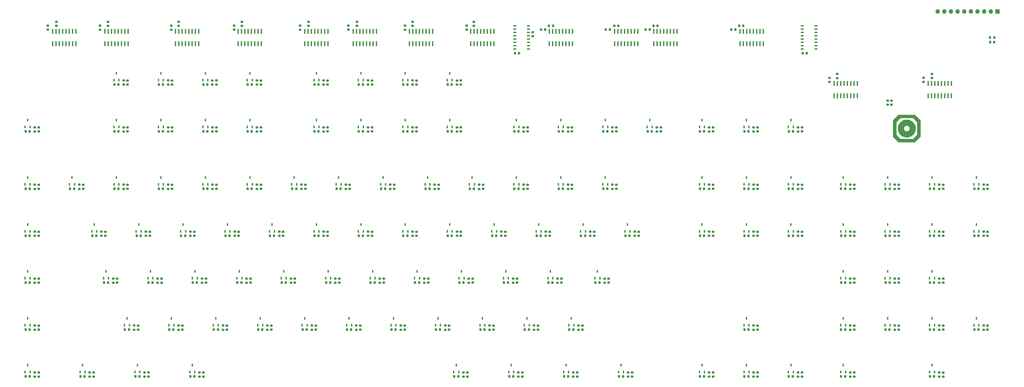
<source format=gbr>
%TF.GenerationSoftware,KiCad,Pcbnew,8.0.0*%
%TF.CreationDate,2025-05-08T15:49:05+08:00*%
%TF.ProjectId,keyboard,6b657962-6f61-4726-942e-6b696361645f,1.0*%
%TF.SameCoordinates,Original*%
%TF.FileFunction,Soldermask,Top*%
%TF.FilePolarity,Negative*%
%FSLAX46Y46*%
G04 Gerber Fmt 4.6, Leading zero omitted, Abs format (unit mm)*
G04 Created by KiCad (PCBNEW 8.0.0) date 2025-05-08 15:49:05*
%MOMM*%
%LPD*%
G01*
G04 APERTURE LIST*
G04 Aperture macros list*
%AMRoundRect*
0 Rectangle with rounded corners*
0 $1 Rounding radius*
0 $2 $3 $4 $5 $6 $7 $8 $9 X,Y pos of 4 corners*
0 Add a 4 corners polygon primitive as box body*
4,1,4,$2,$3,$4,$5,$6,$7,$8,$9,$2,$3,0*
0 Add four circle primitives for the rounded corners*
1,1,$1+$1,$2,$3*
1,1,$1+$1,$4,$5*
1,1,$1+$1,$6,$7*
1,1,$1+$1,$8,$9*
0 Add four rect primitives between the rounded corners*
20,1,$1+$1,$2,$3,$4,$5,0*
20,1,$1+$1,$4,$5,$6,$7,0*
20,1,$1+$1,$6,$7,$8,$9,0*
20,1,$1+$1,$8,$9,$2,$3,0*%
G04 Aperture macros list end*
%ADD10C,0.000000*%
%ADD11R,0.558800X1.092200*%
%ADD12RoundRect,0.225000X0.225000X0.250000X-0.225000X0.250000X-0.225000X-0.250000X0.225000X-0.250000X0*%
%ADD13RoundRect,0.200000X-0.275000X0.200000X-0.275000X-0.200000X0.275000X-0.200000X0.275000X0.200000X0*%
%ADD14RoundRect,0.225000X-0.250000X0.225000X-0.250000X-0.225000X0.250000X-0.225000X0.250000X0.225000X0*%
%ADD15RoundRect,0.225000X0.250000X-0.225000X0.250000X0.225000X-0.250000X0.225000X-0.250000X-0.225000X0*%
%ADD16R,0.558800X1.981200*%
%ADD17O,1.250000X0.549999*%
%ADD18RoundRect,0.218750X-0.218750X-0.256250X0.218750X-0.256250X0.218750X0.256250X-0.218750X0.256250X0*%
%ADD19RoundRect,0.225000X-0.225000X-0.250000X0.225000X-0.250000X0.225000X0.250000X-0.225000X0.250000X0*%
%ADD20RoundRect,0.218750X0.256250X-0.218750X0.256250X0.218750X-0.256250X0.218750X-0.256250X-0.218750X0*%
%ADD21RoundRect,0.200000X-0.200000X-0.275000X0.200000X-0.275000X0.200000X0.275000X-0.200000X0.275000X0*%
%ADD22R,1.700000X1.700000*%
%ADD23O,1.700000X1.700000*%
G04 APERTURE END LIST*
D10*
G36*
X394053238Y-87945520D02*
G01*
X394060171Y-87952041D01*
X394066382Y-87957922D01*
X394071898Y-87963193D01*
X394076746Y-87967884D01*
X394080952Y-87972027D01*
X394082824Y-87973901D01*
X394084544Y-87975650D01*
X394086118Y-87977276D01*
X394087549Y-87978784D01*
X394088839Y-87980178D01*
X394089992Y-87981460D01*
X394091012Y-87982636D01*
X394091901Y-87983708D01*
X394092663Y-87984681D01*
X394093302Y-87985558D01*
X394093821Y-87986343D01*
X394094223Y-87987040D01*
X394094382Y-87987357D01*
X394094512Y-87987653D01*
X394094615Y-87987929D01*
X394094690Y-87988185D01*
X394094739Y-87988422D01*
X394094762Y-87988641D01*
X394094759Y-87988841D01*
X394094730Y-87989023D01*
X394094677Y-87989188D01*
X394094598Y-87989336D01*
X394094496Y-87989468D01*
X394094370Y-87989584D01*
X394094220Y-87989685D01*
X394094048Y-87989770D01*
X394093853Y-87989841D01*
X394093636Y-87989898D01*
X394093397Y-87989942D01*
X394093137Y-87989973D01*
X394092555Y-87989997D01*
X394092091Y-87989779D01*
X394091239Y-87989141D01*
X394088459Y-87986689D01*
X394084386Y-87982812D01*
X394079194Y-87977684D01*
X394066138Y-87964357D01*
X394050671Y-87948087D01*
X394011354Y-87906203D01*
X394053238Y-87945520D01*
G37*
G36*
X400700329Y-87910673D02*
G01*
X400700402Y-87910827D01*
X400700247Y-87911431D01*
X400699707Y-87912413D01*
X400698799Y-87913753D01*
X400695948Y-87917423D01*
X400691838Y-87922280D01*
X400686609Y-87928159D01*
X400680403Y-87934899D01*
X400673361Y-87942337D01*
X400665625Y-87950309D01*
X400657708Y-87958282D01*
X400650150Y-87965719D01*
X400643128Y-87972459D01*
X400636818Y-87978339D01*
X400631400Y-87983195D01*
X400629079Y-87985188D01*
X400627049Y-87986865D01*
X400625329Y-87988205D01*
X400623943Y-87989187D01*
X400622912Y-87989791D01*
X400622537Y-87989945D01*
X400622259Y-87989997D01*
X400622086Y-87989945D01*
X400622015Y-87989791D01*
X400622174Y-87989187D01*
X400622718Y-87988205D01*
X400623629Y-87986865D01*
X400626484Y-87983195D01*
X400630597Y-87978339D01*
X400635828Y-87972459D01*
X400642035Y-87965719D01*
X400649078Y-87958282D01*
X400656814Y-87950309D01*
X400664723Y-87942337D01*
X400672278Y-87934899D01*
X400679299Y-87928159D01*
X400685608Y-87922280D01*
X400691026Y-87917423D01*
X400693346Y-87915430D01*
X400695376Y-87913753D01*
X400697094Y-87912413D01*
X400698478Y-87911431D01*
X400699505Y-87910827D01*
X400699878Y-87910673D01*
X400700153Y-87910621D01*
X400700329Y-87910673D01*
G37*
G36*
X393682075Y-87575657D02*
G01*
X393683037Y-87576194D01*
X393684313Y-87577067D01*
X393685881Y-87578258D01*
X393689818Y-87581520D01*
X393694688Y-87585836D01*
X393700332Y-87591061D01*
X393706590Y-87597051D01*
X393713303Y-87603659D01*
X393720313Y-87610743D01*
X393723799Y-87614340D01*
X393727142Y-87617835D01*
X393730327Y-87621212D01*
X393733339Y-87624451D01*
X393736162Y-87627534D01*
X393738781Y-87630445D01*
X393741181Y-87633164D01*
X393743345Y-87635673D01*
X393745258Y-87637955D01*
X393746906Y-87639991D01*
X393748272Y-87641764D01*
X393749342Y-87643254D01*
X393750099Y-87644445D01*
X393750356Y-87644923D01*
X393750528Y-87645318D01*
X393750616Y-87645630D01*
X393750615Y-87645855D01*
X393750525Y-87645992D01*
X393750343Y-87646038D01*
X393749718Y-87645855D01*
X393748760Y-87645318D01*
X393747488Y-87644445D01*
X393745922Y-87643254D01*
X393741990Y-87639991D01*
X393737124Y-87635673D01*
X393731482Y-87630445D01*
X393725224Y-87624451D01*
X393718511Y-87617835D01*
X393711502Y-87610743D01*
X393708016Y-87607151D01*
X393704673Y-87603659D01*
X393701487Y-87600287D01*
X393698475Y-87597051D01*
X393695652Y-87593969D01*
X393693032Y-87591061D01*
X393690632Y-87588344D01*
X393688467Y-87585836D01*
X393686552Y-87583555D01*
X393684902Y-87581520D01*
X393683534Y-87579748D01*
X393682462Y-87578258D01*
X393681702Y-87577067D01*
X393681443Y-87576590D01*
X393681269Y-87576194D01*
X393681179Y-87575882D01*
X393681178Y-87575657D01*
X393681266Y-87575520D01*
X393681445Y-87575474D01*
X393682075Y-87575657D01*
G37*
G36*
X397434822Y-81465839D02*
G01*
X397565294Y-81472522D01*
X397696695Y-81482522D01*
X397823667Y-81495497D01*
X397940851Y-81511105D01*
X398042890Y-81529004D01*
X398294838Y-81590363D01*
X398539066Y-81669548D01*
X398774838Y-81765819D01*
X399001416Y-81878435D01*
X399218066Y-82006657D01*
X399424051Y-82149744D01*
X399618634Y-82306955D01*
X399801079Y-82477552D01*
X399970650Y-82660793D01*
X400126610Y-82855938D01*
X400268223Y-83062248D01*
X400394754Y-83278981D01*
X400505464Y-83505398D01*
X400599619Y-83740758D01*
X400676482Y-83984321D01*
X400708199Y-84108948D01*
X400735316Y-84235348D01*
X400761689Y-84389257D01*
X400780932Y-84543089D01*
X400793159Y-84696641D01*
X400798480Y-84849710D01*
X400797007Y-85002092D01*
X400788853Y-85153586D01*
X400774128Y-85303989D01*
X400752945Y-85453097D01*
X400725415Y-85600708D01*
X400691650Y-85746619D01*
X400651762Y-85890627D01*
X400605862Y-86032529D01*
X400554062Y-86172124D01*
X400496474Y-86309207D01*
X400433209Y-86443576D01*
X400364380Y-86575028D01*
X400290098Y-86703361D01*
X400210474Y-86828371D01*
X400125620Y-86949856D01*
X400035649Y-87067614D01*
X399940671Y-87181440D01*
X399840799Y-87291133D01*
X399736144Y-87396489D01*
X399626818Y-87497307D01*
X399512933Y-87593382D01*
X399394600Y-87684512D01*
X399271930Y-87770495D01*
X399145037Y-87851128D01*
X399014031Y-87926207D01*
X398879025Y-87995530D01*
X398740129Y-88058895D01*
X398597456Y-88116097D01*
X398383044Y-88188939D01*
X398168476Y-88247464D01*
X397954206Y-88291987D01*
X397740693Y-88322821D01*
X397528393Y-88340280D01*
X397317763Y-88344679D01*
X397109259Y-88336331D01*
X396903338Y-88315551D01*
X396700457Y-88282651D01*
X396501072Y-88237947D01*
X396305640Y-88181752D01*
X396114618Y-88114379D01*
X395928462Y-88036143D01*
X395747630Y-87947358D01*
X395572577Y-87848338D01*
X395403760Y-87739397D01*
X395241637Y-87620847D01*
X395086664Y-87493005D01*
X394939297Y-87356182D01*
X394799994Y-87210694D01*
X394669210Y-87056855D01*
X394547403Y-86894977D01*
X394435029Y-86725376D01*
X394332545Y-86548364D01*
X394240407Y-86364256D01*
X394159073Y-86173367D01*
X394088999Y-85976009D01*
X394030642Y-85772496D01*
X393984458Y-85563144D01*
X393950904Y-85348264D01*
X393930437Y-85128173D01*
X393923513Y-84903182D01*
X393924209Y-84872949D01*
X396303827Y-84872949D01*
X396304251Y-84950907D01*
X396310671Y-85029288D01*
X396323262Y-85107802D01*
X396342198Y-85186157D01*
X396367652Y-85264060D01*
X396399797Y-85341221D01*
X396438809Y-85417347D01*
X396484860Y-85492147D01*
X396538125Y-85565329D01*
X396577714Y-85612564D01*
X396619566Y-85656748D01*
X396663531Y-85697880D01*
X396709456Y-85735961D01*
X396757193Y-85770992D01*
X396806589Y-85802971D01*
X396857494Y-85831899D01*
X396909758Y-85857777D01*
X396963229Y-85880604D01*
X397017757Y-85900380D01*
X397073191Y-85917107D01*
X397129381Y-85930783D01*
X397186175Y-85941409D01*
X397243423Y-85948985D01*
X397300974Y-85953511D01*
X397358677Y-85954987D01*
X397416382Y-85953414D01*
X397473938Y-85948791D01*
X397531193Y-85941120D01*
X397587998Y-85930398D01*
X397644202Y-85916628D01*
X397699653Y-85899809D01*
X397754201Y-85879941D01*
X397807696Y-85857024D01*
X397859986Y-85831059D01*
X397910921Y-85802045D01*
X397960349Y-85769983D01*
X398008121Y-85734873D01*
X398054086Y-85696715D01*
X398098092Y-85655509D01*
X398139989Y-85611255D01*
X398179626Y-85563953D01*
X398223720Y-85504019D01*
X398262959Y-85442541D01*
X398297417Y-85379717D01*
X398327169Y-85315746D01*
X398352287Y-85250828D01*
X398372846Y-85185162D01*
X398388921Y-85118946D01*
X398400584Y-85052381D01*
X398407910Y-84985666D01*
X398410974Y-84918998D01*
X398409848Y-84852579D01*
X398404607Y-84786606D01*
X398395325Y-84721280D01*
X398382076Y-84656798D01*
X398364934Y-84593362D01*
X398343972Y-84531168D01*
X398319266Y-84470418D01*
X398290888Y-84411309D01*
X398258913Y-84354042D01*
X398223414Y-84298815D01*
X398184467Y-84245827D01*
X398142144Y-84195278D01*
X398096520Y-84147367D01*
X398047668Y-84102293D01*
X397995663Y-84060256D01*
X397940579Y-84021453D01*
X397882489Y-83986085D01*
X397821468Y-83954351D01*
X397757589Y-83926450D01*
X397690927Y-83902581D01*
X397621555Y-83882943D01*
X397549548Y-83867736D01*
X397460005Y-83855445D01*
X397372462Y-83850286D01*
X397287093Y-83851968D01*
X397204071Y-83860198D01*
X397123571Y-83874686D01*
X397045766Y-83895139D01*
X396970830Y-83921267D01*
X396898937Y-83952776D01*
X396830260Y-83989376D01*
X396764973Y-84030775D01*
X396703250Y-84076681D01*
X396645265Y-84126803D01*
X396591192Y-84180848D01*
X396541204Y-84238526D01*
X396495475Y-84299544D01*
X396454179Y-84363611D01*
X396417490Y-84430435D01*
X396385582Y-84499725D01*
X396358627Y-84571189D01*
X396336801Y-84644535D01*
X396320276Y-84719471D01*
X396309227Y-84795706D01*
X396303827Y-84872949D01*
X393924209Y-84872949D01*
X393927420Y-84733646D01*
X393939037Y-84566446D01*
X393958210Y-84401751D01*
X393984782Y-84239728D01*
X394018599Y-84080544D01*
X394059504Y-83924369D01*
X394107344Y-83771369D01*
X394161963Y-83621712D01*
X394223204Y-83475566D01*
X394290914Y-83333098D01*
X394364936Y-83194478D01*
X394445115Y-83059871D01*
X394531297Y-82929447D01*
X394623325Y-82803372D01*
X394721044Y-82681816D01*
X394824300Y-82564944D01*
X394932936Y-82452925D01*
X395046798Y-82345928D01*
X395165730Y-82244119D01*
X395289576Y-82147666D01*
X395418183Y-82056738D01*
X395551393Y-81971501D01*
X395689053Y-81892125D01*
X395831005Y-81818775D01*
X395977097Y-81751621D01*
X396127171Y-81690830D01*
X396281073Y-81636570D01*
X396438647Y-81589009D01*
X396599738Y-81548313D01*
X396764191Y-81514652D01*
X396931850Y-81488192D01*
X397102561Y-81469102D01*
X397198097Y-81463787D01*
X397310637Y-81462813D01*
X397434822Y-81465839D01*
G37*
G36*
X394678493Y-88572606D02*
G01*
X394680466Y-88574150D01*
X394687204Y-88580082D01*
X394710331Y-88601872D01*
X394743438Y-88634119D01*
X394783064Y-88673495D01*
X394803287Y-88693866D01*
X394821980Y-88712871D01*
X394838745Y-88730093D01*
X394853186Y-88745117D01*
X394864906Y-88757527D01*
X394873507Y-88766907D01*
X394876515Y-88770330D01*
X394878594Y-88772839D01*
X394879696Y-88774383D01*
X394879864Y-88774777D01*
X394879850Y-88774876D01*
X394879770Y-88774909D01*
X394878799Y-88774383D01*
X394876826Y-88772839D01*
X394870088Y-88766907D01*
X394846961Y-88745117D01*
X394813854Y-88712871D01*
X394774228Y-88673495D01*
X394754005Y-88653124D01*
X394735312Y-88634119D01*
X394718547Y-88616896D01*
X394704106Y-88601872D01*
X394692387Y-88589462D01*
X394683785Y-88580082D01*
X394680777Y-88576659D01*
X394678698Y-88574150D01*
X394677596Y-88572606D01*
X394677428Y-88572212D01*
X394677442Y-88572113D01*
X394677522Y-88572080D01*
X394678493Y-88572606D01*
G37*
G36*
X400955644Y-87655294D02*
G01*
X400955818Y-87655336D01*
X400955975Y-87655403D01*
X400956114Y-87655496D01*
X400956236Y-87655613D01*
X400956341Y-87655755D01*
X400956431Y-87655921D01*
X400956505Y-87656110D01*
X400956565Y-87656322D01*
X400956610Y-87656557D01*
X400956642Y-87656813D01*
X400956666Y-87657389D01*
X400956426Y-87657876D01*
X400955721Y-87658794D01*
X400953011Y-87661829D01*
X400948727Y-87666307D01*
X400943060Y-87672037D01*
X400928337Y-87686496D01*
X400910364Y-87703691D01*
X400864062Y-87747453D01*
X400907825Y-87701151D01*
X400915075Y-87693497D01*
X400921599Y-87686648D01*
X400927433Y-87680572D01*
X400932612Y-87675237D01*
X400937173Y-87670610D01*
X400939232Y-87668553D01*
X400941150Y-87666661D01*
X400942930Y-87664930D01*
X400944579Y-87663357D01*
X400946099Y-87661937D01*
X400947496Y-87660666D01*
X400948773Y-87659541D01*
X400949936Y-87658557D01*
X400950988Y-87657710D01*
X400951935Y-87656997D01*
X400952781Y-87656413D01*
X400953529Y-87655954D01*
X400954185Y-87655617D01*
X400954480Y-87655493D01*
X400954754Y-87655397D01*
X400955006Y-87655330D01*
X400955238Y-87655291D01*
X400955451Y-87655279D01*
X400955644Y-87655294D01*
G37*
G36*
X400869707Y-82063742D02*
G01*
X400871344Y-82064950D01*
X400876788Y-82069593D01*
X400884842Y-82076934D01*
X400895161Y-82086647D01*
X400921228Y-82111885D01*
X400952248Y-82142705D01*
X400968034Y-82158650D01*
X400982584Y-82173525D01*
X400995594Y-82187005D01*
X401006759Y-82198764D01*
X401015773Y-82208476D01*
X401022331Y-82215817D01*
X401024594Y-82218496D01*
X401026129Y-82220460D01*
X401026897Y-82221668D01*
X401026982Y-82221976D01*
X401026947Y-82222054D01*
X401026861Y-82222080D01*
X401026000Y-82221668D01*
X401024359Y-82220460D01*
X401018908Y-82215817D01*
X401010850Y-82208476D01*
X401000528Y-82198764D01*
X400974458Y-82173525D01*
X400943437Y-82142705D01*
X400927659Y-82126760D01*
X400913113Y-82111885D01*
X400900104Y-82098406D01*
X400888940Y-82086647D01*
X400879926Y-82076934D01*
X400873369Y-82069593D01*
X400871108Y-82066914D01*
X400869575Y-82064950D01*
X400868810Y-82063742D01*
X400868728Y-82063434D01*
X400868763Y-82063356D01*
X400868851Y-82063330D01*
X400869707Y-82063742D01*
G37*
G36*
X400659010Y-81851293D02*
G01*
X400665943Y-81857814D01*
X400672153Y-81863694D01*
X400677668Y-81868964D01*
X400682514Y-81873653D01*
X400686719Y-81877794D01*
X400688589Y-81879667D01*
X400690309Y-81881415D01*
X400691883Y-81883040D01*
X400693312Y-81884547D01*
X400694601Y-81885939D01*
X400695754Y-81887220D01*
X400696773Y-81888395D01*
X400697662Y-81889466D01*
X400698424Y-81890437D01*
X400699063Y-81891313D01*
X400699582Y-81892097D01*
X400699984Y-81892793D01*
X400700142Y-81893109D01*
X400700272Y-81893405D01*
X400700375Y-81893680D01*
X400700451Y-81893936D01*
X400700500Y-81894173D01*
X400700523Y-81894391D01*
X400700521Y-81894590D01*
X400700493Y-81894772D01*
X400700439Y-81894937D01*
X400700362Y-81895085D01*
X400700260Y-81895216D01*
X400700134Y-81895332D01*
X400699986Y-81895432D01*
X400699814Y-81895518D01*
X400699620Y-81895588D01*
X400699404Y-81895645D01*
X400699166Y-81895689D01*
X400698907Y-81895719D01*
X400698327Y-81895743D01*
X400697863Y-81895526D01*
X400697012Y-81894889D01*
X400694231Y-81892440D01*
X400690159Y-81888567D01*
X400684966Y-81883443D01*
X400671910Y-81870126D01*
X400656444Y-81853860D01*
X400617126Y-81811976D01*
X400659010Y-81851293D01*
G37*
G36*
X394094581Y-81816420D02*
G01*
X394094651Y-81816574D01*
X394094493Y-81817178D01*
X394093949Y-81818160D01*
X394093038Y-81819500D01*
X394090183Y-81823170D01*
X394086069Y-81828026D01*
X394080839Y-81833906D01*
X394074632Y-81840646D01*
X394067589Y-81848083D01*
X394059853Y-81856056D01*
X394051944Y-81864028D01*
X394044389Y-81871466D01*
X394037368Y-81878205D01*
X394031059Y-81884085D01*
X394025641Y-81888941D01*
X394023321Y-81890935D01*
X394021291Y-81892612D01*
X394019573Y-81893951D01*
X394018189Y-81894933D01*
X394017162Y-81895537D01*
X394016789Y-81895691D01*
X394016514Y-81895743D01*
X394016338Y-81895691D01*
X394016265Y-81895537D01*
X394016420Y-81894933D01*
X394016960Y-81893951D01*
X394017868Y-81892612D01*
X394020718Y-81888941D01*
X394024828Y-81884085D01*
X394030057Y-81878205D01*
X394036263Y-81871466D01*
X394043305Y-81864028D01*
X394051042Y-81856056D01*
X394058958Y-81848083D01*
X394066517Y-81840646D01*
X394073539Y-81833906D01*
X394079848Y-81828026D01*
X394085267Y-81823170D01*
X394087587Y-81821176D01*
X394089618Y-81819500D01*
X394091338Y-81818160D01*
X394092724Y-81817178D01*
X394093754Y-81816574D01*
X394094129Y-81816420D01*
X394094407Y-81816368D01*
X394094581Y-81816420D01*
G37*
G36*
X394270115Y-81640115D02*
G01*
X394270739Y-81640506D01*
X394270883Y-81640822D01*
X394270905Y-81641228D01*
X394270561Y-81642336D01*
X394269655Y-81643888D01*
X394268133Y-81645939D01*
X394265944Y-81648547D01*
X394263036Y-81651768D01*
X394254852Y-81660273D01*
X394243163Y-81671909D01*
X394207596Y-81706381D01*
X394143646Y-81767870D01*
X394205135Y-81703920D01*
X394217544Y-81691078D01*
X394229214Y-81679098D01*
X394239885Y-81668242D01*
X394249294Y-81658772D01*
X394257181Y-81650951D01*
X394263282Y-81645040D01*
X394267338Y-81641301D01*
X394268516Y-81640328D01*
X394268879Y-81640080D01*
X394269085Y-81639997D01*
X394270115Y-81640115D01*
G37*
G36*
X394149305Y-88043234D02*
G01*
X394150671Y-88044173D01*
X394155077Y-88047785D01*
X394161489Y-88053494D01*
X394169638Y-88061047D01*
X394179254Y-88070192D01*
X394190068Y-88080675D01*
X394214210Y-88104640D01*
X394226423Y-88117039D01*
X394237642Y-88128606D01*
X394247636Y-88139089D01*
X394256170Y-88148234D01*
X394263011Y-88155788D01*
X394265724Y-88158889D01*
X394267926Y-88161497D01*
X394269588Y-88163581D01*
X394270681Y-88165108D01*
X394271005Y-88165654D01*
X394271176Y-88166048D01*
X394271190Y-88166288D01*
X394271043Y-88166368D01*
X394270279Y-88166048D01*
X394268913Y-88165108D01*
X394264507Y-88161497D01*
X394258094Y-88155788D01*
X394249946Y-88148234D01*
X394240330Y-88139089D01*
X394229516Y-88128606D01*
X394205373Y-88104640D01*
X394193161Y-88092242D01*
X394181942Y-88080675D01*
X394171948Y-88070192D01*
X394163414Y-88061047D01*
X394156572Y-88053494D01*
X394153860Y-88050393D01*
X394151658Y-88047785D01*
X394149995Y-88045701D01*
X394148902Y-88044173D01*
X394148579Y-88043628D01*
X394148408Y-88043234D01*
X394148394Y-88042994D01*
X394148541Y-88042913D01*
X394149305Y-88043234D01*
G37*
G36*
X401026019Y-87584554D02*
G01*
X401026195Y-87584588D01*
X401026356Y-87584644D01*
X401026501Y-87584722D01*
X401026633Y-87584823D01*
X401026751Y-87584945D01*
X401026855Y-87585089D01*
X401026945Y-87585254D01*
X401027023Y-87585440D01*
X401027088Y-87585647D01*
X401027140Y-87585874D01*
X401027208Y-87586389D01*
X401027231Y-87586983D01*
X401027059Y-87587411D01*
X401026555Y-87588136D01*
X401024619Y-87590413D01*
X401021559Y-87593678D01*
X401017511Y-87597795D01*
X401012610Y-87602627D01*
X401006994Y-87608039D01*
X401000798Y-87613894D01*
X400994158Y-87620056D01*
X400961085Y-87650430D01*
X400991459Y-87617358D01*
X400996527Y-87611872D01*
X401001125Y-87606941D01*
X401005273Y-87602550D01*
X401008992Y-87598682D01*
X401010697Y-87596938D01*
X401012301Y-87595319D01*
X401013807Y-87593822D01*
X401015219Y-87592446D01*
X401016537Y-87591188D01*
X401017766Y-87590045D01*
X401018906Y-87589017D01*
X401019961Y-87588101D01*
X401020934Y-87587295D01*
X401021825Y-87586597D01*
X401022639Y-87586004D01*
X401023377Y-87585515D01*
X401024042Y-87585128D01*
X401024636Y-87584841D01*
X401024908Y-87584733D01*
X401025162Y-87584650D01*
X401025401Y-87584591D01*
X401025623Y-87584556D01*
X401025829Y-87584543D01*
X401026019Y-87584554D01*
G37*
G36*
X393846798Y-82063470D02*
G01*
X393847327Y-82063942D01*
X393847311Y-82064831D01*
X393846675Y-82066218D01*
X393845339Y-82068185D01*
X393843226Y-82070816D01*
X393836356Y-82078395D01*
X393825441Y-82089614D01*
X393809859Y-82105132D01*
X393762196Y-82151701D01*
X393676207Y-82235309D01*
X393759815Y-82149320D01*
X393792468Y-82115926D01*
X393819568Y-82088585D01*
X393830152Y-82078064D01*
X393838288Y-82070114D01*
X393843623Y-82065085D01*
X393845130Y-82063776D01*
X393845804Y-82063330D01*
X393846798Y-82063470D01*
G37*
G36*
X393485016Y-82425000D02*
G01*
X393485450Y-82425118D01*
X393485802Y-82425286D01*
X393486068Y-82425507D01*
X393486247Y-82425785D01*
X393486337Y-82426121D01*
X393486335Y-82426518D01*
X393486050Y-82427504D01*
X393485375Y-82428763D01*
X393484294Y-82430315D01*
X393482790Y-82432179D01*
X393480846Y-82434375D01*
X393478445Y-82436922D01*
X393472210Y-82443149D01*
X393463950Y-82451016D01*
X393453533Y-82460681D01*
X393420460Y-82491056D01*
X393450835Y-82457983D01*
X393456997Y-82451343D01*
X393462852Y-82445147D01*
X393468264Y-82439530D01*
X393473096Y-82434630D01*
X393477213Y-82430582D01*
X393478960Y-82428919D01*
X393480477Y-82427521D01*
X393481748Y-82426404D01*
X393482754Y-82425585D01*
X393483480Y-82425082D01*
X393483732Y-82424953D01*
X393483908Y-82424910D01*
X393485016Y-82425000D01*
G37*
G36*
X393979505Y-81931618D02*
G01*
X393979687Y-81931655D01*
X393979848Y-81931720D01*
X393979989Y-81931815D01*
X393980110Y-81931937D01*
X393980212Y-81932085D01*
X393980297Y-81932260D01*
X393980364Y-81932460D01*
X393980415Y-81932685D01*
X393980450Y-81932933D01*
X393980478Y-81933499D01*
X393980169Y-81934045D01*
X393979263Y-81935157D01*
X393975782Y-81938954D01*
X393962995Y-81951994D01*
X393944067Y-81970669D01*
X393920946Y-81993031D01*
X393861415Y-82050101D01*
X393918486Y-81990570D01*
X393927920Y-81980745D01*
X393936373Y-81971974D01*
X393943896Y-81964211D01*
X393950541Y-81957409D01*
X393956359Y-81951519D01*
X393961401Y-81946495D01*
X393963648Y-81944294D01*
X393965720Y-81942290D01*
X393967623Y-81940480D01*
X393969365Y-81938857D01*
X393970952Y-81937415D01*
X393972389Y-81936148D01*
X393973684Y-81935050D01*
X393974843Y-81934116D01*
X393975873Y-81933339D01*
X393976779Y-81932714D01*
X393977569Y-81932234D01*
X393977921Y-81932047D01*
X393978248Y-81931894D01*
X393978548Y-81931775D01*
X393978823Y-81931688D01*
X393979073Y-81931634D01*
X393979300Y-81931610D01*
X393979505Y-81931618D01*
G37*
G36*
X394334606Y-88228350D02*
G01*
X394335701Y-88229021D01*
X394339065Y-88231601D01*
X394343829Y-88235678D01*
X394349796Y-88241073D01*
X394356771Y-88247604D01*
X394364556Y-88255089D01*
X394372955Y-88263349D01*
X394381771Y-88272202D01*
X394390407Y-88281063D01*
X394398291Y-88289329D01*
X394405260Y-88296819D01*
X394411156Y-88303353D01*
X394413652Y-88306204D01*
X394415818Y-88308749D01*
X394417636Y-88310964D01*
X394419086Y-88312828D01*
X394420147Y-88314316D01*
X394420799Y-88315407D01*
X394420965Y-88315797D01*
X394421022Y-88316078D01*
X394420967Y-88316250D01*
X394420797Y-88316307D01*
X394420121Y-88316078D01*
X394419023Y-88315407D01*
X394415655Y-88312828D01*
X394410891Y-88308749D01*
X394404925Y-88303353D01*
X394397954Y-88296819D01*
X394390172Y-88289329D01*
X394381776Y-88281063D01*
X394372960Y-88272202D01*
X394364324Y-88263349D01*
X394356441Y-88255089D01*
X394349471Y-88247604D01*
X394343575Y-88241073D01*
X394341080Y-88238222D01*
X394338913Y-88235678D01*
X394337095Y-88233464D01*
X394335646Y-88231601D01*
X394334585Y-88230112D01*
X394333933Y-88229021D01*
X394333766Y-88228632D01*
X394333709Y-88228350D01*
X394333764Y-88228179D01*
X394333934Y-88228121D01*
X394334606Y-88228350D01*
G37*
G36*
X394879776Y-81031542D02*
G01*
X394879743Y-81031798D01*
X394879177Y-81032805D01*
X394876157Y-81036675D01*
X394870828Y-81042792D01*
X394863442Y-81050886D01*
X394854248Y-81060685D01*
X394843498Y-81071918D01*
X394818333Y-81097601D01*
X394805044Y-81110888D01*
X394792473Y-81123284D01*
X394780908Y-81134517D01*
X394770636Y-81144317D01*
X394761944Y-81152410D01*
X394755119Y-81158528D01*
X394752496Y-81160760D01*
X394750448Y-81162397D01*
X394749010Y-81163404D01*
X394748532Y-81163660D01*
X394748219Y-81163747D01*
X394748078Y-81163660D01*
X394748109Y-81163404D01*
X394748672Y-81162397D01*
X394751688Y-81158528D01*
X394757017Y-81152410D01*
X394764405Y-81144317D01*
X394773601Y-81134517D01*
X394784354Y-81123284D01*
X394809523Y-81097601D01*
X394822805Y-81084314D01*
X394835372Y-81071918D01*
X394846937Y-81060685D01*
X394857211Y-81050886D01*
X394865906Y-81042792D01*
X394872734Y-81036675D01*
X394875358Y-81034442D01*
X394877407Y-81032805D01*
X394878846Y-81031798D01*
X394879325Y-81031542D01*
X394879638Y-81031455D01*
X394879776Y-81031542D01*
G37*
G36*
X401594153Y-80667309D02*
G01*
X402650000Y-81723076D01*
X402650000Y-88083077D01*
X401594074Y-89138976D01*
X400538149Y-90194849D01*
X394178597Y-90194849D01*
X393122619Y-89139082D01*
X392066667Y-88083315D01*
X392066667Y-87285464D01*
X393389584Y-87285464D01*
X394182910Y-88078685D01*
X394976263Y-88871932D01*
X399739981Y-88871932D01*
X400533545Y-88078605D01*
X401327083Y-87285305D01*
X401327083Y-82521641D01*
X400533518Y-81728024D01*
X399739954Y-80934433D01*
X394976528Y-80934433D01*
X394183069Y-81727786D01*
X393389584Y-82521112D01*
X393389584Y-87285464D01*
X392066667Y-87285464D01*
X392066667Y-81722467D01*
X393122513Y-80666992D01*
X394178386Y-79611516D01*
X400538307Y-79611516D01*
X401594153Y-80667309D01*
G37*
G36*
X393761304Y-87655100D02*
G01*
X393762467Y-87655839D01*
X393766092Y-87658676D01*
X393771269Y-87663162D01*
X393777784Y-87669097D01*
X393785420Y-87676282D01*
X393793965Y-87684518D01*
X393803202Y-87693606D01*
X393812917Y-87703347D01*
X393822452Y-87713097D01*
X393831173Y-87722192D01*
X393838902Y-87730433D01*
X393845461Y-87737621D01*
X393848245Y-87740758D01*
X393850670Y-87743557D01*
X393852712Y-87745994D01*
X393854351Y-87748044D01*
X393855562Y-87749681D01*
X393856325Y-87750882D01*
X393856531Y-87751310D01*
X393856616Y-87751620D01*
X393856578Y-87751808D01*
X393856414Y-87751872D01*
X393855715Y-87751620D01*
X393854548Y-87750882D01*
X393850916Y-87748044D01*
X393845736Y-87743557D01*
X393839220Y-87737621D01*
X393831584Y-87730433D01*
X393823043Y-87722192D01*
X393813813Y-87713097D01*
X393804106Y-87703347D01*
X393794571Y-87693606D01*
X393785850Y-87684518D01*
X393778121Y-87676282D01*
X393771562Y-87669097D01*
X393768778Y-87665961D01*
X393766354Y-87663162D01*
X393764311Y-87660725D01*
X393762673Y-87658676D01*
X393761461Y-87657039D01*
X393760698Y-87655839D01*
X393760492Y-87655410D01*
X393760407Y-87655100D01*
X393760445Y-87654912D01*
X393760609Y-87654849D01*
X393761304Y-87655100D01*
G37*
G36*
X400446421Y-81640271D02*
G01*
X400447652Y-81641077D01*
X400451538Y-81644172D01*
X400457128Y-81649066D01*
X400464187Y-81655541D01*
X400472484Y-81663380D01*
X400481783Y-81672367D01*
X400491852Y-81682284D01*
X400502456Y-81692914D01*
X400512889Y-81703543D01*
X400522446Y-81713460D01*
X400530931Y-81722447D01*
X400538149Y-81730286D01*
X400543903Y-81736761D01*
X400546170Y-81739419D01*
X400547998Y-81741655D01*
X400549362Y-81743441D01*
X400550237Y-81744750D01*
X400550484Y-81745218D01*
X400550600Y-81745556D01*
X400550581Y-81745761D01*
X400550426Y-81745830D01*
X400549703Y-81745556D01*
X400548469Y-81744750D01*
X400544578Y-81741655D01*
X400538987Y-81736761D01*
X400531928Y-81730286D01*
X400523631Y-81722447D01*
X400514331Y-81713460D01*
X400504258Y-81703543D01*
X400493646Y-81692914D01*
X400483214Y-81682284D01*
X400473657Y-81672367D01*
X400465173Y-81663380D01*
X400457957Y-81655541D01*
X400452206Y-81649066D01*
X400449941Y-81646408D01*
X400448115Y-81644172D01*
X400446755Y-81642386D01*
X400445882Y-81641077D01*
X400445637Y-81640610D01*
X400445524Y-81640271D01*
X400445545Y-81640066D01*
X400445703Y-81639997D01*
X400446421Y-81640271D01*
G37*
G36*
X400808949Y-82001206D02*
G01*
X400815877Y-82007731D01*
X400822084Y-82013615D01*
X400827597Y-82018889D01*
X400832442Y-82023582D01*
X400836647Y-82027724D01*
X400838517Y-82029599D01*
X400840237Y-82031347D01*
X400841811Y-82032974D01*
X400843241Y-82034481D01*
X400844531Y-82035874D01*
X400845684Y-82037156D01*
X400846704Y-82038331D01*
X400847593Y-82039403D01*
X400848356Y-82040375D01*
X400848996Y-82041251D01*
X400849515Y-82042036D01*
X400849918Y-82042732D01*
X400850077Y-82043048D01*
X400850208Y-82043344D01*
X400850311Y-82043619D01*
X400850388Y-82043875D01*
X400850437Y-82044112D01*
X400850461Y-82044330D01*
X400850458Y-82044529D01*
X400850430Y-82044711D01*
X400850377Y-82044876D01*
X400850300Y-82045024D01*
X400850198Y-82045156D01*
X400850073Y-82045271D01*
X400849925Y-82045371D01*
X400849753Y-82045457D01*
X400849559Y-82045528D01*
X400849343Y-82045585D01*
X400849106Y-82045628D01*
X400848847Y-82045659D01*
X400848267Y-82045683D01*
X400847799Y-82045465D01*
X400846944Y-82044827D01*
X400844159Y-82042375D01*
X400840085Y-82038500D01*
X400834892Y-82033373D01*
X400821835Y-82020054D01*
X400806357Y-82003799D01*
X400767040Y-81961889D01*
X400808949Y-82001206D01*
G37*
G36*
X400849902Y-87761230D02*
G01*
X400850075Y-87761277D01*
X400850229Y-87761352D01*
X400850363Y-87761454D01*
X400850479Y-87761583D01*
X400850577Y-87761737D01*
X400850659Y-87761917D01*
X400850723Y-87762121D01*
X400850772Y-87762349D01*
X400850806Y-87762600D01*
X400850833Y-87763169D01*
X400850547Y-87763693D01*
X400849708Y-87764737D01*
X400846485Y-87768279D01*
X400841390Y-87773568D01*
X400834647Y-87780377D01*
X400817123Y-87797649D01*
X400795720Y-87818282D01*
X400740581Y-87870934D01*
X400793233Y-87815795D01*
X400801938Y-87806696D01*
X400809746Y-87798567D01*
X400816705Y-87791367D01*
X400822861Y-87785055D01*
X400828259Y-87779587D01*
X400832945Y-87774922D01*
X400835036Y-87772878D01*
X400836966Y-87771018D01*
X400838742Y-87769338D01*
X400840369Y-87767833D01*
X400841852Y-87766496D01*
X400843198Y-87765324D01*
X400844412Y-87764310D01*
X400845500Y-87763449D01*
X400846468Y-87762737D01*
X400847322Y-87762167D01*
X400848067Y-87761735D01*
X400848400Y-87761569D01*
X400848709Y-87761435D01*
X400848993Y-87761334D01*
X400849254Y-87761263D01*
X400849492Y-87761222D01*
X400849707Y-87761212D01*
X400849902Y-87761230D01*
G37*
G36*
X400567198Y-88043031D02*
G01*
X400567822Y-88043423D01*
X400567966Y-88043739D01*
X400567988Y-88044144D01*
X400567644Y-88045253D01*
X400566738Y-88046804D01*
X400565216Y-88048856D01*
X400563027Y-88051463D01*
X400560119Y-88054684D01*
X400551935Y-88063190D01*
X400540246Y-88074826D01*
X400504679Y-88109297D01*
X400440729Y-88170786D01*
X400502218Y-88106837D01*
X400514627Y-88093995D01*
X400526297Y-88082014D01*
X400536968Y-88071159D01*
X400546377Y-88061689D01*
X400554264Y-88053868D01*
X400560365Y-88047957D01*
X400564421Y-88044218D01*
X400565599Y-88043245D01*
X400565962Y-88042997D01*
X400566168Y-88042913D01*
X400567198Y-88043031D01*
G37*
G36*
X399905619Y-88704465D02*
G01*
X399906378Y-88704764D01*
X399906626Y-88704998D01*
X399906781Y-88705293D01*
X399906841Y-88705651D01*
X399906804Y-88706077D01*
X399906427Y-88707140D01*
X399905629Y-88708508D01*
X399904386Y-88710206D01*
X399902679Y-88712259D01*
X399900485Y-88714692D01*
X399897782Y-88717530D01*
X399890765Y-88724519D01*
X399881455Y-88733428D01*
X399869678Y-88744456D01*
X399832187Y-88779328D01*
X399867059Y-88741837D01*
X399874110Y-88734309D01*
X399880794Y-88727287D01*
X399886955Y-88720925D01*
X399892440Y-88715375D01*
X399897093Y-88710791D01*
X399900762Y-88707327D01*
X399902178Y-88706062D01*
X399903290Y-88705136D01*
X399904079Y-88704565D01*
X399904346Y-88704420D01*
X399904525Y-88704371D01*
X399905619Y-88704465D01*
G37*
G36*
X401231619Y-82425070D02*
G01*
X401232512Y-82425540D01*
X401233676Y-82426304D01*
X401235092Y-82427346D01*
X401238610Y-82430201D01*
X401242926Y-82433978D01*
X401247899Y-82438552D01*
X401253389Y-82443796D01*
X401259255Y-82449583D01*
X401265356Y-82455787D01*
X401268380Y-82458933D01*
X401271275Y-82461990D01*
X401274027Y-82464944D01*
X401276622Y-82467777D01*
X401279049Y-82470475D01*
X401281293Y-82473021D01*
X401283342Y-82475400D01*
X401285183Y-82477595D01*
X401286803Y-82479591D01*
X401288189Y-82481373D01*
X401289328Y-82482924D01*
X401290206Y-82484228D01*
X401290812Y-82485270D01*
X401291009Y-82485687D01*
X401291132Y-82486034D01*
X401291181Y-82486306D01*
X401291153Y-82486503D01*
X401291047Y-82486623D01*
X401290862Y-82486664D01*
X401290256Y-82486503D01*
X401289362Y-82486034D01*
X401288199Y-82485270D01*
X401286783Y-82484228D01*
X401283265Y-82481373D01*
X401278949Y-82477595D01*
X401273975Y-82473021D01*
X401268486Y-82467777D01*
X401262620Y-82461990D01*
X401256519Y-82455787D01*
X401253494Y-82452641D01*
X401250599Y-82449583D01*
X401247848Y-82446630D01*
X401245252Y-82443796D01*
X401242826Y-82441098D01*
X401240582Y-82438552D01*
X401238533Y-82436174D01*
X401236692Y-82433978D01*
X401235072Y-82431982D01*
X401233686Y-82430201D01*
X401232547Y-82428650D01*
X401231668Y-82427346D01*
X401231062Y-82426304D01*
X401230866Y-82425886D01*
X401230742Y-82425540D01*
X401230694Y-82425267D01*
X401230722Y-82425070D01*
X401230827Y-82424950D01*
X401231013Y-82424910D01*
X401231619Y-82425070D01*
G37*
G36*
X400038032Y-88572198D02*
G01*
X400038656Y-88572589D01*
X400038799Y-88572905D01*
X400038822Y-88573311D01*
X400038478Y-88574419D01*
X400037571Y-88575971D01*
X400036049Y-88578022D01*
X400033861Y-88580630D01*
X400030952Y-88583850D01*
X400022768Y-88592356D01*
X400011079Y-88603992D01*
X399975512Y-88638464D01*
X399911562Y-88699953D01*
X399973052Y-88636003D01*
X399985460Y-88623161D01*
X399997130Y-88611181D01*
X400007801Y-88600325D01*
X400017211Y-88590855D01*
X400025097Y-88583034D01*
X400031199Y-88577123D01*
X400035254Y-88573384D01*
X400036433Y-88572411D01*
X400036795Y-88572163D01*
X400037002Y-88572080D01*
X400038032Y-88572198D01*
G37*
G36*
X400381830Y-88228212D02*
G01*
X400382264Y-88228329D01*
X400382615Y-88228497D01*
X400382881Y-88228719D01*
X400383060Y-88228996D01*
X400383150Y-88229332D01*
X400383149Y-88229729D01*
X400382863Y-88230715D01*
X400382188Y-88231974D01*
X400381106Y-88233525D01*
X400379600Y-88235388D01*
X400377655Y-88237582D01*
X400375253Y-88240127D01*
X400369013Y-88246349D01*
X400360746Y-88254210D01*
X400350321Y-88263867D01*
X400317248Y-88294267D01*
X400347648Y-88261194D01*
X400353810Y-88254547D01*
X400359662Y-88248347D01*
X400365071Y-88242730D01*
X400369900Y-88237832D01*
X400374015Y-88233786D01*
X400375762Y-88232126D01*
X400377280Y-88230729D01*
X400378552Y-88229614D01*
X400379560Y-88228796D01*
X400380289Y-88228293D01*
X400380543Y-88228165D01*
X400380721Y-88228121D01*
X400381830Y-88228212D01*
G37*
G36*
X399839051Y-81032527D02*
G01*
X399840684Y-81033522D01*
X399842850Y-81035163D01*
X399849025Y-81040616D01*
X399858071Y-81049346D01*
X399870483Y-81061813D01*
X399907382Y-81099797D01*
X399973290Y-81168139D01*
X399904947Y-81102231D01*
X399891217Y-81088934D01*
X399878408Y-81076435D01*
X399866802Y-81065014D01*
X399856678Y-81054950D01*
X399848316Y-81046524D01*
X399841997Y-81040014D01*
X399838000Y-81035700D01*
X399836960Y-81034455D01*
X399836695Y-81034075D01*
X399836606Y-81033863D01*
X399836728Y-81032847D01*
X399837135Y-81032247D01*
X399837888Y-81032121D01*
X399839051Y-81032527D01*
G37*
G36*
X393867171Y-87760911D02*
G01*
X393868269Y-87761582D01*
X393871637Y-87764162D01*
X393876401Y-87768240D01*
X393882367Y-87773637D01*
X393889338Y-87780171D01*
X393897120Y-87787661D01*
X393905516Y-87795927D01*
X393914332Y-87804788D01*
X393922968Y-87813641D01*
X393930851Y-87821901D01*
X393937821Y-87829386D01*
X393943717Y-87835917D01*
X393946212Y-87838767D01*
X393948379Y-87841311D01*
X393950197Y-87843526D01*
X393951647Y-87845389D01*
X393952707Y-87846877D01*
X393953360Y-87847968D01*
X393953526Y-87848358D01*
X393953583Y-87848639D01*
X393953528Y-87848810D01*
X393953358Y-87848868D01*
X393952686Y-87848639D01*
X393951591Y-87847968D01*
X393948227Y-87845389D01*
X393943463Y-87841311D01*
X393937496Y-87835917D01*
X393930521Y-87829386D01*
X393922736Y-87821901D01*
X393914337Y-87813641D01*
X393905521Y-87804788D01*
X393896885Y-87795927D01*
X393889002Y-87787661D01*
X393882032Y-87780171D01*
X393876136Y-87773637D01*
X393873641Y-87770785D01*
X393871474Y-87768240D01*
X393869656Y-87766025D01*
X393868206Y-87764162D01*
X393867145Y-87762673D01*
X393866493Y-87761582D01*
X393866327Y-87761193D01*
X393866270Y-87760911D01*
X393866325Y-87760740D01*
X393866495Y-87760682D01*
X393867171Y-87760911D01*
G37*
G36*
X394412081Y-81498920D02*
G01*
X394412151Y-81499074D01*
X394411993Y-81499678D01*
X394411449Y-81500660D01*
X394410537Y-81502000D01*
X394407683Y-81505670D01*
X394403569Y-81510526D01*
X394398339Y-81516406D01*
X394392132Y-81523146D01*
X394385089Y-81530583D01*
X394377353Y-81538556D01*
X394369444Y-81546528D01*
X394361889Y-81553966D01*
X394354868Y-81560706D01*
X394348559Y-81566585D01*
X394343141Y-81571441D01*
X394340821Y-81573435D01*
X394338791Y-81575112D01*
X394337073Y-81576451D01*
X394335689Y-81577433D01*
X394334662Y-81578037D01*
X394334289Y-81578191D01*
X394334014Y-81578243D01*
X394333838Y-81578191D01*
X394333765Y-81578037D01*
X394333919Y-81577433D01*
X394334460Y-81576451D01*
X394335368Y-81575112D01*
X394338218Y-81571441D01*
X394342328Y-81566585D01*
X394347557Y-81560706D01*
X394353763Y-81553966D01*
X394360805Y-81546528D01*
X394368542Y-81538556D01*
X394376459Y-81530583D01*
X394384017Y-81523146D01*
X394391039Y-81516406D01*
X394397348Y-81510526D01*
X394402767Y-81505670D01*
X394405087Y-81503677D01*
X394407118Y-81502000D01*
X394408838Y-81500660D01*
X394410224Y-81499678D01*
X394411254Y-81499074D01*
X394411629Y-81498920D01*
X394411907Y-81498868D01*
X394412081Y-81498920D01*
G37*
G36*
X400305490Y-81499051D02*
G01*
X400306448Y-81499588D01*
X400307720Y-81500461D01*
X400309286Y-81501652D01*
X400313218Y-81504915D01*
X400318085Y-81509233D01*
X400323727Y-81514462D01*
X400329984Y-81520456D01*
X400336697Y-81527071D01*
X400343706Y-81534164D01*
X400347192Y-81537756D01*
X400350536Y-81541247D01*
X400353721Y-81544620D01*
X400356734Y-81547856D01*
X400359557Y-81550937D01*
X400362177Y-81553846D01*
X400364577Y-81556563D01*
X400366742Y-81559071D01*
X400368657Y-81561352D01*
X400370306Y-81563387D01*
X400371675Y-81565159D01*
X400372747Y-81566649D01*
X400373507Y-81567840D01*
X400373765Y-81568317D01*
X400373940Y-81568713D01*
X400374029Y-81569024D01*
X400374030Y-81569250D01*
X400373942Y-81569387D01*
X400373763Y-81569433D01*
X400373134Y-81569250D01*
X400372171Y-81568713D01*
X400370896Y-81567840D01*
X400369327Y-81566649D01*
X400365391Y-81563387D01*
X400360521Y-81559071D01*
X400354877Y-81553846D01*
X400348619Y-81547856D01*
X400341905Y-81541247D01*
X400334896Y-81534164D01*
X400331410Y-81530567D01*
X400328067Y-81527071D01*
X400324881Y-81523695D01*
X400321869Y-81520456D01*
X400319046Y-81517372D01*
X400316427Y-81514462D01*
X400314028Y-81511743D01*
X400311864Y-81509233D01*
X400309950Y-81506951D01*
X400308302Y-81504915D01*
X400306936Y-81503143D01*
X400305867Y-81501652D01*
X400305109Y-81500461D01*
X400304853Y-81499984D01*
X400304680Y-81499588D01*
X400304593Y-81499277D01*
X400304593Y-81499051D01*
X400304683Y-81498914D01*
X400304865Y-81498868D01*
X400305490Y-81499051D01*
G37*
D11*
%TO.C,U115*%
X389049999Y-124308100D03*
X390950001Y-124308100D03*
X390000000Y-121691900D03*
%TD*%
D12*
%TO.C,C222*%
X373775000Y-144000000D03*
X372225000Y-144000000D03*
%TD*%
D13*
%TO.C,R96*%
X355750000Y-124425000D03*
X355750000Y-126075000D03*
%TD*%
D12*
%TO.C,C93*%
X129775000Y-86000000D03*
X128225000Y-86000000D03*
%TD*%
D14*
%TO.C,C138*%
X214250000Y-142475000D03*
X214250000Y-144025000D03*
%TD*%
D11*
%TO.C,U106*%
X335049999Y-84308100D03*
X336950001Y-84308100D03*
X336000000Y-81691900D03*
%TD*%
D15*
%TO.C,C32*%
X254250000Y-49525000D03*
X254250000Y-47975000D03*
%TD*%
D11*
%TO.C,U26*%
X85549999Y-124308100D03*
X87450001Y-124308100D03*
X86500000Y-121691900D03*
%TD*%
D13*
%TO.C,R65*%
X237750000Y-160425000D03*
X237750000Y-162075000D03*
%TD*%
%TO.C,R49*%
X203750000Y-160425000D03*
X203750000Y-162075000D03*
%TD*%
D11*
%TO.C,U126*%
X406049999Y-160308100D03*
X407950001Y-160308100D03*
X407000000Y-157691900D03*
%TD*%
D14*
%TO.C,C57*%
X90750000Y-124475000D03*
X90750000Y-126025000D03*
%TD*%
D12*
%TO.C,C47*%
X116775000Y-162000000D03*
X115225000Y-162000000D03*
%TD*%
D13*
%TO.C,R106*%
X409750000Y-106425000D03*
X409750000Y-108075000D03*
%TD*%
%TO.C,R32*%
X131750000Y-84425000D03*
X131750000Y-86075000D03*
%TD*%
D11*
%TO.C,U40*%
X132049999Y-160308100D03*
X133950001Y-160308100D03*
X133000000Y-157691900D03*
%TD*%
D13*
%TO.C,R110*%
X409750000Y-142425000D03*
X409750000Y-144075000D03*
%TD*%
%TO.C,R24*%
X144750000Y-142425000D03*
X144750000Y-144075000D03*
%TD*%
D12*
%TO.C,C69*%
X125750000Y-144000000D03*
X124200000Y-144000000D03*
%TD*%
D11*
%TO.C,U73*%
X213049999Y-106308100D03*
X214950001Y-106308100D03*
X214000000Y-103691900D03*
%TD*%
D12*
%TO.C,C186*%
X291275000Y-126000000D03*
X289725000Y-126000000D03*
%TD*%
D11*
%TO.C,U20*%
X60049999Y-142308100D03*
X61950001Y-142308100D03*
X61000000Y-139691900D03*
%TD*%
%TO.C,U87*%
X266049999Y-178308100D03*
X267950001Y-178308100D03*
X267000000Y-175691900D03*
%TD*%
D16*
%TO.C,U6*%
X185555000Y-52362200D03*
X186825000Y-52362200D03*
X188095000Y-52362200D03*
X189365000Y-52362200D03*
X190635000Y-52362200D03*
X191905000Y-52362200D03*
X193175000Y-52362200D03*
X194445000Y-52362200D03*
X194445000Y-47637800D03*
X193175000Y-47637800D03*
X191905000Y-47637800D03*
X190635000Y-47637800D03*
X189365000Y-47637800D03*
X188095000Y-47637800D03*
X186825000Y-47637800D03*
X185555000Y-47637800D03*
%TD*%
D12*
%TO.C,C163*%
X267775000Y-180000000D03*
X266225000Y-180000000D03*
%TD*%
%TO.C,C154*%
X244775000Y-144000000D03*
X243225000Y-144000000D03*
%TD*%
D11*
%TO.C,U44*%
X145049999Y-66308100D03*
X146950001Y-66308100D03*
X146000000Y-63691900D03*
%TD*%
D14*
%TO.C,C111*%
X167250000Y-106475000D03*
X167250000Y-108025000D03*
%TD*%
D11*
%TO.C,U41*%
X94049999Y-66308100D03*
X95950001Y-66308100D03*
X95000000Y-63691900D03*
%TD*%
D17*
%TO.C,U8*%
X252625001Y-54445000D03*
X252625001Y-53175000D03*
X252625001Y-51905000D03*
X252625001Y-50635000D03*
X252625001Y-49365000D03*
X252625001Y-48095000D03*
X252625001Y-46825000D03*
X252625001Y-45555000D03*
X247375001Y-45555000D03*
X247375001Y-46825000D03*
X247375001Y-48095000D03*
X247375001Y-49365000D03*
X247375001Y-50635000D03*
X247375001Y-51905000D03*
X247375001Y-53175000D03*
X247375001Y-54445000D03*
%TD*%
D14*
%TO.C,C172*%
X260750000Y-124475000D03*
X260750000Y-126025000D03*
%TD*%
D13*
%TO.C,R72*%
X269750000Y-178425000D03*
X269750000Y-180075000D03*
%TD*%
D12*
%TO.C,C128*%
X206275000Y-68000000D03*
X204725000Y-68000000D03*
%TD*%
D14*
%TO.C,C150*%
X235250000Y-106475000D03*
X235250000Y-108025000D03*
%TD*%
%TO.C,C254*%
X411250000Y-160475000D03*
X411250000Y-162025000D03*
%TD*%
D17*
%TO.C,U9*%
X362625001Y-54445000D03*
X362625001Y-53175000D03*
X362625001Y-51905000D03*
X362625001Y-50635000D03*
X362625001Y-49365000D03*
X362625001Y-48095000D03*
X362625001Y-46825000D03*
X362625001Y-45555000D03*
X357375001Y-45555000D03*
X357375001Y-46825000D03*
X357375001Y-48095000D03*
X357375001Y-49365000D03*
X357375001Y-50635000D03*
X357375001Y-51905000D03*
X357375001Y-53175000D03*
X357375001Y-54445000D03*
%TD*%
D13*
%TO.C,R81*%
X281750000Y-142425000D03*
X281750000Y-144075000D03*
%TD*%
%TO.C,R104*%
X392750000Y-160425000D03*
X392750000Y-162075000D03*
%TD*%
D12*
%TO.C,C36*%
X61775000Y-144000000D03*
X60225000Y-144000000D03*
%TD*%
D16*
%TO.C,U12*%
X260555000Y-52362200D03*
X261825000Y-52362200D03*
X263095000Y-52362200D03*
X264365000Y-52362200D03*
X265635000Y-52362200D03*
X266905000Y-52362200D03*
X268175000Y-52362200D03*
X269445000Y-52362200D03*
X269445000Y-47637800D03*
X268175000Y-47637800D03*
X266905000Y-47637800D03*
X265635000Y-47637800D03*
X264365000Y-47637800D03*
X263095000Y-47637800D03*
X261825000Y-47637800D03*
X260555000Y-47637800D03*
%TD*%
D12*
%TO.C,C188*%
X282775000Y-86000000D03*
X281225000Y-86000000D03*
%TD*%
D11*
%TO.C,U25*%
X77049999Y-106308100D03*
X78950001Y-106308100D03*
X78000000Y-103691900D03*
%TD*%
D14*
%TO.C,C201*%
X294750000Y-124475000D03*
X294750000Y-126025000D03*
%TD*%
%TO.C,C53*%
X65250000Y-178475000D03*
X65250000Y-180025000D03*
%TD*%
D12*
%TO.C,C226*%
X373750000Y-180000000D03*
X372200000Y-180000000D03*
%TD*%
D14*
%TO.C,C149*%
X218250000Y-106475000D03*
X218250000Y-108025000D03*
%TD*%
%TO.C,C88*%
X116250000Y-66475000D03*
X116250000Y-68025000D03*
%TD*%
%TO.C,C208*%
X323250000Y-178475000D03*
X323250000Y-180025000D03*
%TD*%
D12*
%TO.C,C41*%
X78775000Y-108000000D03*
X77225000Y-108000000D03*
%TD*%
%TO.C,C107*%
X193750000Y-144000000D03*
X192200000Y-144000000D03*
%TD*%
D14*
%TO.C,C252*%
X428250000Y-124475000D03*
X428250000Y-126025000D03*
%TD*%
D15*
%TO.C,C31*%
X403750000Y-67000000D03*
X403750000Y-65450000D03*
%TD*%
D12*
%TO.C,C34*%
X61775000Y-108000000D03*
X60225000Y-108000000D03*
%TD*%
D13*
%TO.C,R57*%
X225250000Y-84425000D03*
X225250000Y-86075000D03*
%TD*%
D14*
%TO.C,C231*%
X340250000Y-124475000D03*
X340250000Y-126025000D03*
%TD*%
D12*
%TO.C,C136*%
X223275000Y-126000000D03*
X221725000Y-126000000D03*
%TD*%
%TO.C,C37*%
X61775000Y-162000000D03*
X60225000Y-162000000D03*
%TD*%
%TO.C,C192*%
X336775000Y-162000000D03*
X335225000Y-162000000D03*
%TD*%
D14*
%TO.C,C81*%
X133250000Y-106475000D03*
X133250000Y-108025000D03*
%TD*%
D11*
%TO.C,U52*%
X170549999Y-124308100D03*
X172450001Y-124308100D03*
X171500000Y-121691900D03*
%TD*%
%TO.C,U68*%
X221549999Y-66308100D03*
X223450001Y-66308100D03*
X222500000Y-63691900D03*
%TD*%
D15*
%TO.C,C10*%
X165250000Y-47025000D03*
X165250000Y-45475000D03*
%TD*%
D12*
%TO.C,C74*%
X129775000Y-68000000D03*
X128225000Y-68000000D03*
%TD*%
D13*
%TO.C,R5*%
X63750000Y-142425000D03*
X63750000Y-144075000D03*
%TD*%
D18*
%TO.C,D1*%
X429212500Y-51750000D03*
X430787500Y-51750000D03*
%TD*%
D11*
%TO.C,U111*%
X352049999Y-124308100D03*
X353950001Y-124308100D03*
X353000000Y-121691900D03*
%TD*%
D13*
%TO.C,R36*%
X157250000Y-124425000D03*
X157250000Y-126075000D03*
%TD*%
%TO.C,R91*%
X338750000Y-84425000D03*
X338750000Y-86075000D03*
%TD*%
D11*
%TO.C,U81*%
X255549999Y-124308100D03*
X257450001Y-124308100D03*
X256500000Y-121691900D03*
%TD*%
D14*
%TO.C,C234*%
X394250000Y-106475000D03*
X394250000Y-108025000D03*
%TD*%
%TO.C,C84*%
X129250000Y-142475000D03*
X129250000Y-144025000D03*
%TD*%
D13*
%TO.C,R31*%
X114750000Y-84425000D03*
X114750000Y-86075000D03*
%TD*%
%TO.C,R101*%
X375750000Y-142425000D03*
X375750000Y-144075000D03*
%TD*%
D12*
%TO.C,C123*%
X210775000Y-144000000D03*
X209225000Y-144000000D03*
%TD*%
D14*
%TO.C,C237*%
X377250000Y-142475000D03*
X377250000Y-144025000D03*
%TD*%
D15*
%TO.C,C17*%
X390000000Y-75775000D03*
X390000000Y-74225000D03*
%TD*%
D13*
%TO.C,R12*%
X106250000Y-124425000D03*
X106250000Y-126075000D03*
%TD*%
D12*
%TO.C,C191*%
X319775000Y-126000000D03*
X318225000Y-126000000D03*
%TD*%
D16*
%TO.C,U7*%
X207055000Y-52362200D03*
X208325000Y-52362200D03*
X209595000Y-52362200D03*
X210865000Y-52362200D03*
X212135000Y-52362200D03*
X213405000Y-52362200D03*
X214675000Y-52362200D03*
X215945000Y-52362200D03*
X215945000Y-47637800D03*
X214675000Y-47637800D03*
X213405000Y-47637800D03*
X212135000Y-47637800D03*
X210865000Y-47637800D03*
X209595000Y-47637800D03*
X208325000Y-47637800D03*
X207055000Y-47637800D03*
%TD*%
D13*
%TO.C,R15*%
X101750000Y-160425000D03*
X101750000Y-162075000D03*
%TD*%
D11*
%TO.C,U79*%
X217049999Y-160308100D03*
X218950001Y-160308100D03*
X218000000Y-157691900D03*
%TD*%
D14*
%TO.C,C119*%
X201250000Y-106475000D03*
X201250000Y-108025000D03*
%TD*%
D11*
%TO.C,U75*%
X221549999Y-124308100D03*
X223450001Y-124308100D03*
X222500000Y-121691900D03*
%TD*%
D14*
%TO.C,C181*%
X269250000Y-84475000D03*
X269250000Y-86025000D03*
%TD*%
D13*
%TO.C,R112*%
X426750000Y-160425000D03*
X426750000Y-162075000D03*
%TD*%
D14*
%TO.C,C115*%
X180250000Y-142475000D03*
X180250000Y-144025000D03*
%TD*%
%TO.C,C250*%
X428250000Y-106475000D03*
X428250000Y-108025000D03*
%TD*%
D11*
%TO.C,U88*%
X287049999Y-178308100D03*
X288950001Y-178308100D03*
X288000000Y-175691900D03*
%TD*%
D12*
%TO.C,C100*%
X176775000Y-144000000D03*
X175225000Y-144000000D03*
%TD*%
%TO.C,C216*%
X336775000Y-126000000D03*
X335225000Y-126000000D03*
%TD*%
D13*
%TO.C,R97*%
X375750000Y-106425000D03*
X375750000Y-108075000D03*
%TD*%
%TO.C,R41*%
X169750000Y-160425000D03*
X169750000Y-162075000D03*
%TD*%
%TO.C,R77*%
X267750000Y-106425000D03*
X267750000Y-108075000D03*
%TD*%
D14*
%TO.C,C236*%
X394250000Y-124475000D03*
X394250000Y-126025000D03*
%TD*%
D11*
%TO.C,U101*%
X335049999Y-160308100D03*
X336950001Y-160308100D03*
X336000000Y-157691900D03*
%TD*%
D16*
%TO.C,U14*%
X333555000Y-52362200D03*
X334825000Y-52362200D03*
X336095000Y-52362200D03*
X337365000Y-52362200D03*
X338635000Y-52362200D03*
X339905000Y-52362200D03*
X341175000Y-52362200D03*
X342445000Y-52362200D03*
X342445000Y-47637800D03*
X341175000Y-47637800D03*
X339905000Y-47637800D03*
X338635000Y-47637800D03*
X337365000Y-47637800D03*
X336095000Y-47637800D03*
X334825000Y-47637800D03*
X333555000Y-47637800D03*
%TD*%
D11*
%TO.C,U104*%
X352049999Y-178308100D03*
X353950001Y-178308100D03*
X353000000Y-175691900D03*
%TD*%
D12*
%TO.C,C137*%
X240275000Y-126000000D03*
X238725000Y-126000000D03*
%TD*%
D14*
%TO.C,C86*%
X137250000Y-160475000D03*
X137250000Y-162025000D03*
%TD*%
D12*
%TO.C,C244*%
X407775000Y-126000000D03*
X406225000Y-126000000D03*
%TD*%
D11*
%TO.C,U36*%
X119549999Y-124308100D03*
X121450001Y-124308100D03*
X120500000Y-121691900D03*
%TD*%
D12*
%TO.C,C249*%
X407750000Y-180000000D03*
X406200000Y-180000000D03*
%TD*%
%TO.C,C153*%
X227775000Y-144000000D03*
X226225000Y-144000000D03*
%TD*%
%TO.C,C127*%
X189275000Y-68000000D03*
X187725000Y-68000000D03*
%TD*%
%TO.C,C218*%
X373750000Y-108000000D03*
X372200000Y-108000000D03*
%TD*%
D11*
%TO.C,U84*%
X268049999Y-160308100D03*
X269950001Y-160308100D03*
X269000000Y-157691900D03*
%TD*%
D13*
%TO.C,R2*%
X63750000Y-84425000D03*
X63750000Y-86075000D03*
%TD*%
D11*
%TO.C,U24*%
X102049999Y-178308100D03*
X103950001Y-178308100D03*
X103000000Y-175691900D03*
%TD*%
D16*
%TO.C,U16*%
X405555000Y-72362200D03*
X406825000Y-72362200D03*
X408095000Y-72362200D03*
X409365000Y-72362200D03*
X410635000Y-72362200D03*
X411905000Y-72362200D03*
X413175000Y-72362200D03*
X414445000Y-72362200D03*
X414445000Y-67637800D03*
X413175000Y-67637800D03*
X411905000Y-67637800D03*
X410635000Y-67637800D03*
X409365000Y-67637800D03*
X408095000Y-67637800D03*
X406825000Y-67637800D03*
X405555000Y-67637800D03*
%TD*%
D11*
%TO.C,U60*%
X204549999Y-124308100D03*
X206450001Y-124308100D03*
X205500000Y-121691900D03*
%TD*%
D16*
%TO.C,U5*%
X167055000Y-52362200D03*
X168325000Y-52362200D03*
X169595000Y-52362200D03*
X170865000Y-52362200D03*
X172135000Y-52362200D03*
X173405000Y-52362200D03*
X174675000Y-52362200D03*
X175945000Y-52362200D03*
X175945000Y-47637800D03*
X174675000Y-47637800D03*
X173405000Y-47637800D03*
X172135000Y-47637800D03*
X170865000Y-47637800D03*
X169595000Y-47637800D03*
X168325000Y-47637800D03*
X167055000Y-47637800D03*
%TD*%
D11*
%TO.C,U32*%
X123049999Y-178308100D03*
X124950001Y-178308100D03*
X124000000Y-175691900D03*
%TD*%
D13*
%TO.C,R17*%
X126750000Y-178425000D03*
X126750000Y-180075000D03*
%TD*%
%TO.C,R52*%
X208250000Y-66425000D03*
X208250000Y-68075000D03*
%TD*%
D12*
%TO.C,C165*%
X248775000Y-86000000D03*
X247225000Y-86000000D03*
%TD*%
D13*
%TO.C,R95*%
X338750000Y-124425000D03*
X338750000Y-126075000D03*
%TD*%
%TO.C,R53*%
X226750000Y-66425000D03*
X226750000Y-68075000D03*
%TD*%
%TO.C,R16*%
X118750000Y-160425000D03*
X118750000Y-162075000D03*
%TD*%
D14*
%TO.C,C52*%
X65250000Y-160475000D03*
X65250000Y-162025000D03*
%TD*%
D13*
%TO.C,R59*%
X233750000Y-106425000D03*
X233750000Y-108075000D03*
%TD*%
D11*
%TO.C,U39*%
X141049999Y-142308100D03*
X142950001Y-142308100D03*
X142000000Y-139691900D03*
%TD*%
D14*
%TO.C,C140*%
X205275000Y-160475000D03*
X205275000Y-162025000D03*
%TD*%
D12*
%TO.C,C159*%
X252775000Y-162000000D03*
X251225000Y-162000000D03*
%TD*%
D11*
%TO.C,U90*%
X264049999Y-84308100D03*
X265950001Y-84308100D03*
X265000000Y-81691900D03*
%TD*%
D12*
%TO.C,C124*%
X184750000Y-162000000D03*
X183200000Y-162000000D03*
%TD*%
D11*
%TO.C,U18*%
X60049999Y-106308100D03*
X61950001Y-106308100D03*
X61000000Y-103691900D03*
%TD*%
%TO.C,U28*%
X90049999Y-142308100D03*
X91950001Y-142308100D03*
X91000000Y-139691900D03*
%TD*%
%TO.C,U69*%
X170549999Y-84308100D03*
X172450001Y-84308100D03*
X171500000Y-81691900D03*
%TD*%
D14*
%TO.C,C147*%
X209750000Y-84475000D03*
X209750000Y-86025000D03*
%TD*%
D11*
%TO.C,U63*%
X183049999Y-160308100D03*
X184950001Y-160308100D03*
X184000000Y-157691900D03*
%TD*%
%TO.C,U53*%
X158049999Y-142308100D03*
X159950001Y-142308100D03*
X159000000Y-139691900D03*
%TD*%
%TO.C,U37*%
X136549999Y-124308100D03*
X138450001Y-124308100D03*
X137500000Y-121691900D03*
%TD*%
D14*
%TO.C,C144*%
X225250000Y-66475000D03*
X225250000Y-68025000D03*
%TD*%
%TO.C,C256*%
X411250000Y-178500000D03*
X411250000Y-180050000D03*
%TD*%
D13*
%TO.C,R28*%
X133250000Y-66425000D03*
X133250000Y-68075000D03*
%TD*%
D11*
%TO.C,U35*%
X128049999Y-106308100D03*
X129950001Y-106308100D03*
X129000000Y-103691900D03*
%TD*%
D14*
%TO.C,C198*%
X269250000Y-106475000D03*
X269250000Y-108025000D03*
%TD*%
D11*
%TO.C,U34*%
X111049999Y-106308100D03*
X112950001Y-106308100D03*
X112000000Y-103691900D03*
%TD*%
%TO.C,U70*%
X187549999Y-84308100D03*
X189450001Y-84308100D03*
X188500000Y-81691900D03*
%TD*%
%TO.C,U66*%
X187549999Y-66308100D03*
X189450001Y-66308100D03*
X188500000Y-63691900D03*
%TD*%
D15*
%TO.C,C13*%
X208250000Y-45550000D03*
X208250000Y-44000000D03*
%TD*%
D14*
%TO.C,C49*%
X65250000Y-106475000D03*
X65250000Y-108025000D03*
%TD*%
D15*
%TO.C,C3*%
X91750000Y-45525000D03*
X91750000Y-43975000D03*
%TD*%
D14*
%TO.C,C108*%
X133250000Y-84475000D03*
X133250000Y-86025000D03*
%TD*%
D13*
%TO.C,R8*%
X84750000Y-178425000D03*
X84750000Y-180075000D03*
%TD*%
D14*
%TO.C,C255*%
X428250000Y-160475000D03*
X428250000Y-162025000D03*
%TD*%
D11*
%TO.C,U102*%
X318049999Y-178308100D03*
X319950001Y-178308100D03*
X319000000Y-175691900D03*
%TD*%
D13*
%TO.C,R56*%
X208250000Y-84425000D03*
X208250000Y-86075000D03*
%TD*%
%TO.C,R10*%
X80750000Y-106425000D03*
X80750000Y-108075000D03*
%TD*%
D14*
%TO.C,C206*%
X323250000Y-124475000D03*
X323250000Y-126025000D03*
%TD*%
D12*
%TO.C,C195*%
X353750000Y-180000000D03*
X352200000Y-180000000D03*
%TD*%
D13*
%TO.C,R100*%
X392750000Y-124425000D03*
X392750000Y-126075000D03*
%TD*%
D16*
%TO.C,U15*%
X369555000Y-72362200D03*
X370825000Y-72362200D03*
X372095000Y-72362200D03*
X373365000Y-72362200D03*
X374635000Y-72362200D03*
X375905000Y-72362200D03*
X377175000Y-72362200D03*
X378445000Y-72362200D03*
X378445000Y-67637800D03*
X377175000Y-67637800D03*
X375905000Y-67637800D03*
X374635000Y-67637800D03*
X373365000Y-67637800D03*
X372095000Y-67637800D03*
X370825000Y-67637800D03*
X369555000Y-67637800D03*
%TD*%
D14*
%TO.C,C199*%
X286250000Y-106475000D03*
X286250000Y-108025000D03*
%TD*%
D12*
%TO.C,C183*%
X265775000Y-108000000D03*
X264225000Y-108000000D03*
%TD*%
D14*
%TO.C,C139*%
X188250000Y-160475000D03*
X188250000Y-162025000D03*
%TD*%
D12*
%TO.C,C245*%
X424775000Y-126000000D03*
X423225000Y-126000000D03*
%TD*%
%TO.C,C219*%
X390775000Y-108000000D03*
X389225000Y-108000000D03*
%TD*%
D14*
%TO.C,C118*%
X184225000Y-106475000D03*
X184225000Y-108025000D03*
%TD*%
D13*
%TO.C,R98*%
X392750000Y-106425000D03*
X392750000Y-108075000D03*
%TD*%
D12*
%TO.C,C125*%
X201750000Y-162000000D03*
X200200000Y-162000000D03*
%TD*%
D14*
%TO.C,C209*%
X340250000Y-178475000D03*
X340250000Y-180025000D03*
%TD*%
D13*
%TO.C,R20*%
X131750000Y-106425000D03*
X131750000Y-108075000D03*
%TD*%
%TO.C,R79*%
X276250000Y-124425000D03*
X276250000Y-126075000D03*
%TD*%
D14*
%TO.C,C55*%
X107250000Y-178475000D03*
X107250000Y-180025000D03*
%TD*%
D13*
%TO.C,R85*%
X321750000Y-124425000D03*
X321750000Y-126075000D03*
%TD*%
D14*
%TO.C,C83*%
X141750000Y-124475000D03*
X141750000Y-126025000D03*
%TD*%
%TO.C,C173*%
X265250000Y-142475000D03*
X265250000Y-144025000D03*
%TD*%
D13*
%TO.C,R68*%
X254750000Y-160425000D03*
X254750000Y-162075000D03*
%TD*%
%TO.C,R4*%
X63750000Y-124425000D03*
X63750000Y-126075000D03*
%TD*%
D14*
%TO.C,C152*%
X243750000Y-124475000D03*
X243750000Y-126025000D03*
%TD*%
D12*
%TO.C,C130*%
X172275000Y-86000000D03*
X170725000Y-86000000D03*
%TD*%
D11*
%TO.C,U120*%
X372049999Y-178308100D03*
X373950001Y-178308100D03*
X373000000Y-175691900D03*
%TD*%
D14*
%TO.C,C85*%
X146250000Y-142475000D03*
X146250000Y-144025000D03*
%TD*%
D13*
%TO.C,R50*%
X174250000Y-66425000D03*
X174250000Y-68075000D03*
%TD*%
D11*
%TO.C,U71*%
X204549999Y-84308100D03*
X206450001Y-84308100D03*
X205500000Y-81691900D03*
%TD*%
D13*
%TO.C,R45*%
X208250000Y-124425000D03*
X208250000Y-126075000D03*
%TD*%
D12*
%TO.C,C193*%
X319775000Y-180000000D03*
X318225000Y-180000000D03*
%TD*%
%TO.C,C102*%
X167775000Y-162000000D03*
X166225000Y-162000000D03*
%TD*%
D11*
%TO.C,U118*%
X372049999Y-160308100D03*
X373950001Y-160308100D03*
X373000000Y-157691900D03*
%TD*%
%TO.C,U61*%
X192049999Y-142308100D03*
X193950001Y-142308100D03*
X193000000Y-139691900D03*
%TD*%
D13*
%TO.C,R113*%
X409750000Y-178425000D03*
X409750000Y-180075000D03*
%TD*%
D12*
%TO.C,C167*%
X248775000Y-108000000D03*
X247225000Y-108000000D03*
%TD*%
D11*
%TO.C,U125*%
X406049999Y-142308100D03*
X407950001Y-142308100D03*
X407000000Y-139691900D03*
%TD*%
D14*
%TO.C,C121*%
X209750000Y-124475000D03*
X209750000Y-126025000D03*
%TD*%
D11*
%TO.C,U117*%
X389049999Y-142308100D03*
X390950001Y-142308100D03*
X390000000Y-139691900D03*
%TD*%
D14*
%TO.C,C180*%
X252250000Y-84475000D03*
X252250000Y-86025000D03*
%TD*%
D11*
%TO.C,U62*%
X209049999Y-142308100D03*
X210950001Y-142308100D03*
X210000000Y-139691900D03*
%TD*%
D14*
%TO.C,C202*%
X283250000Y-142475000D03*
X283250000Y-144025000D03*
%TD*%
D12*
%TO.C,C73*%
X112775000Y-68000000D03*
X111225000Y-68000000D03*
%TD*%
D19*
%TO.C,C15*%
X357500000Y-56000000D03*
X359050000Y-56000000D03*
%TD*%
D12*
%TO.C,C75*%
X146775000Y-68000000D03*
X145225000Y-68000000D03*
%TD*%
D14*
%TO.C,C238*%
X394250000Y-142475000D03*
X394250000Y-144025000D03*
%TD*%
D13*
%TO.C,R63*%
X246750000Y-142425000D03*
X246750000Y-144075000D03*
%TD*%
%TO.C,R23*%
X127750000Y-142425000D03*
X127750000Y-144075000D03*
%TD*%
D12*
%TO.C,C65*%
X112775000Y-108000000D03*
X111225000Y-108000000D03*
%TD*%
%TO.C,C189*%
X299775000Y-86000000D03*
X298225000Y-86000000D03*
%TD*%
D11*
%TO.C,U38*%
X124049999Y-142308100D03*
X125950001Y-142308100D03*
X125000000Y-139691900D03*
%TD*%
D14*
%TO.C,C59*%
X95250000Y-142475000D03*
X95250000Y-144025000D03*
%TD*%
D13*
%TO.C,R47*%
X212750000Y-142425000D03*
X212750000Y-144075000D03*
%TD*%
D14*
%TO.C,C60*%
X112250000Y-142500000D03*
X112250000Y-144050000D03*
%TD*%
D12*
%TO.C,C133*%
X223275000Y-86000000D03*
X221725000Y-86000000D03*
%TD*%
D11*
%TO.C,U43*%
X128049999Y-66308100D03*
X129950001Y-66308100D03*
X129000000Y-63691900D03*
%TD*%
%TO.C,U46*%
X111049999Y-84308100D03*
X112950001Y-84308100D03*
X112000000Y-81691900D03*
%TD*%
D14*
%TO.C,C175*%
X273250000Y-160475000D03*
X273250000Y-162025000D03*
%TD*%
D12*
%TO.C,C164*%
X288775000Y-180000000D03*
X287225000Y-180000000D03*
%TD*%
D13*
%TO.C,R27*%
X114750000Y-66425000D03*
X114750000Y-68075000D03*
%TD*%
%TO.C,R62*%
X229750000Y-142425000D03*
X229750000Y-144075000D03*
%TD*%
D14*
%TO.C,C251*%
X411250000Y-124475000D03*
X411250000Y-126025000D03*
%TD*%
D11*
%TO.C,U77*%
X226049999Y-142308100D03*
X227950001Y-142308100D03*
X227000000Y-139691900D03*
%TD*%
D12*
%TO.C,C26*%
X334750000Y-45500000D03*
X333200000Y-45500000D03*
%TD*%
D20*
%TO.C,FB1*%
X391500000Y-75787500D03*
X391500000Y-74212500D03*
%TD*%
D12*
%TO.C,C248*%
X424775000Y-162000000D03*
X423225000Y-162000000D03*
%TD*%
%TO.C,C43*%
X104275000Y-126000000D03*
X102725000Y-126000000D03*
%TD*%
D11*
%TO.C,U95*%
X289549999Y-124308100D03*
X291450001Y-124308100D03*
X290500000Y-121691900D03*
%TD*%
D13*
%TO.C,R34*%
X148750000Y-106425000D03*
X148750000Y-108075000D03*
%TD*%
D11*
%TO.C,U74*%
X230049999Y-106308100D03*
X231950001Y-106308100D03*
X231000000Y-103691900D03*
%TD*%
D13*
%TO.C,R39*%
X178750000Y-142425000D03*
X178750000Y-144075000D03*
%TD*%
D14*
%TO.C,C178*%
X271250000Y-178475000D03*
X271250000Y-180025000D03*
%TD*%
D11*
%TO.C,U114*%
X372049999Y-124308100D03*
X373950001Y-124308100D03*
X373000000Y-121691900D03*
%TD*%
D14*
%TO.C,C176*%
X229250000Y-178475000D03*
X229250000Y-180025000D03*
%TD*%
D16*
%TO.C,U3*%
X117555000Y-52362200D03*
X118825000Y-52362200D03*
X120095000Y-52362200D03*
X121365000Y-52362200D03*
X122635000Y-52362200D03*
X123905000Y-52362200D03*
X125175000Y-52362200D03*
X126445000Y-52362200D03*
X126445000Y-47637800D03*
X125175000Y-47637800D03*
X123905000Y-47637800D03*
X122635000Y-47637800D03*
X121365000Y-47637800D03*
X120095000Y-47637800D03*
X118825000Y-47637800D03*
X117555000Y-47637800D03*
%TD*%
D15*
%TO.C,C8*%
X140000000Y-47000000D03*
X140000000Y-45450000D03*
%TD*%
D13*
%TO.C,R38*%
X161750000Y-142425000D03*
X161750000Y-144075000D03*
%TD*%
D12*
%TO.C,C22*%
X287000000Y-45500000D03*
X285450000Y-45500000D03*
%TD*%
D11*
%TO.C,U116*%
X372049999Y-142308100D03*
X373950001Y-142308100D03*
X373000000Y-139691900D03*
%TD*%
D13*
%TO.C,R87*%
X321750000Y-178425000D03*
X321750000Y-180075000D03*
%TD*%
D15*
%TO.C,C9*%
X168500000Y-45550000D03*
X168500000Y-44000000D03*
%TD*%
D13*
%TO.C,R70*%
X227750000Y-178425000D03*
X227750000Y-180075000D03*
%TD*%
%TO.C,R80*%
X293250000Y-124425000D03*
X293250000Y-126075000D03*
%TD*%
%TO.C,R105*%
X375750000Y-178425000D03*
X375750000Y-180075000D03*
%TD*%
D11*
%TO.C,U96*%
X278049999Y-142308100D03*
X279950001Y-142308100D03*
X279000000Y-139691900D03*
%TD*%
D15*
%TO.C,C30*%
X407000000Y-65525000D03*
X407000000Y-63975000D03*
%TD*%
D14*
%TO.C,C233*%
X377250000Y-106475000D03*
X377250000Y-108025000D03*
%TD*%
D11*
%TO.C,U110*%
X335049999Y-124308100D03*
X336950001Y-124308100D03*
X336000000Y-121691900D03*
%TD*%
D14*
%TO.C,C207*%
X340250000Y-160475000D03*
X340250000Y-162025000D03*
%TD*%
%TO.C,C62*%
X120250000Y-160475000D03*
X120250000Y-162025000D03*
%TD*%
%TO.C,C169*%
X248250000Y-142475000D03*
X248250000Y-144025000D03*
%TD*%
%TO.C,C79*%
X99250000Y-106450000D03*
X99250000Y-108000000D03*
%TD*%
D16*
%TO.C,U11*%
X285555000Y-52362200D03*
X286825000Y-52362200D03*
X288095000Y-52362200D03*
X289365000Y-52362200D03*
X290635000Y-52362200D03*
X291905000Y-52362200D03*
X293175000Y-52362200D03*
X294445000Y-52362200D03*
X294445000Y-47637800D03*
X293175000Y-47637800D03*
X291905000Y-47637800D03*
X290635000Y-47637800D03*
X289365000Y-47637800D03*
X288095000Y-47637800D03*
X286825000Y-47637800D03*
X285555000Y-47637800D03*
%TD*%
D13*
%TO.C,R88*%
X338750000Y-178425000D03*
X338750000Y-180075000D03*
%TD*%
D12*
%TO.C,C160*%
X269775000Y-162000000D03*
X268225000Y-162000000D03*
%TD*%
D11*
%TO.C,U51*%
X153549999Y-124308100D03*
X155450001Y-124308100D03*
X154500000Y-121691900D03*
%TD*%
D14*
%TO.C,C168*%
X231250000Y-142475000D03*
X231250000Y-144025000D03*
%TD*%
D12*
%TO.C,C63*%
X124775000Y-180000000D03*
X123225000Y-180000000D03*
%TD*%
%TO.C,C24*%
X302000000Y-45500000D03*
X300450000Y-45500000D03*
%TD*%
D13*
%TO.C,R93*%
X338750000Y-106425000D03*
X338750000Y-108075000D03*
%TD*%
D11*
%TO.C,U59*%
X187549999Y-124308100D03*
X189450001Y-124308100D03*
X188500000Y-121691900D03*
%TD*%
D12*
%TO.C,C45*%
X108775000Y-144000000D03*
X107225000Y-144000000D03*
%TD*%
D11*
%TO.C,U54*%
X175049999Y-142308100D03*
X176950001Y-142308100D03*
X176000000Y-139691900D03*
%TD*%
D12*
%TO.C,C158*%
X261775000Y-144000000D03*
X260225000Y-144000000D03*
%TD*%
D14*
%TO.C,C205*%
X323250000Y-106475000D03*
X323250000Y-108025000D03*
%TD*%
%TO.C,C253*%
X411250000Y-142475000D03*
X411250000Y-144025000D03*
%TD*%
%TO.C,C204*%
X303250000Y-84475000D03*
X303250000Y-86025000D03*
%TD*%
D12*
%TO.C,C129*%
X223275000Y-68000000D03*
X221725000Y-68000000D03*
%TD*%
D14*
%TO.C,C114*%
X163250000Y-142475000D03*
X163250000Y-144025000D03*
%TD*%
%TO.C,C48*%
X65250000Y-84475000D03*
X65250000Y-86025000D03*
%TD*%
D13*
%TO.C,R78*%
X284750000Y-106425000D03*
X284750000Y-108075000D03*
%TD*%
%TO.C,R35*%
X165750000Y-106425000D03*
X165750000Y-108075000D03*
%TD*%
D11*
%TO.C,U82*%
X260049999Y-142308100D03*
X261950001Y-142308100D03*
X261000000Y-139691900D03*
%TD*%
D13*
%TO.C,R25*%
X135750000Y-160425000D03*
X135750000Y-162075000D03*
%TD*%
%TO.C,R51*%
X191250000Y-66425000D03*
X191250000Y-68075000D03*
%TD*%
D11*
%TO.C,U100*%
X318049999Y-124308100D03*
X319950001Y-124308100D03*
X319000000Y-121691900D03*
%TD*%
D12*
%TO.C,C135*%
X231750000Y-108000000D03*
X230200000Y-108000000D03*
%TD*%
D14*
%TO.C,C210*%
X357250000Y-178475000D03*
X357250000Y-180025000D03*
%TD*%
D12*
%TO.C,C25*%
X299000000Y-47000000D03*
X297450000Y-47000000D03*
%TD*%
D14*
%TO.C,C177*%
X250250000Y-178475000D03*
X250250000Y-180025000D03*
%TD*%
D12*
%TO.C,C42*%
X87275000Y-126000000D03*
X85725000Y-126000000D03*
%TD*%
D13*
%TO.C,R43*%
X199750000Y-106425000D03*
X199750000Y-108075000D03*
%TD*%
%TO.C,R103*%
X375750000Y-160425000D03*
X375750000Y-162075000D03*
%TD*%
D14*
%TO.C,C174*%
X256250000Y-160475000D03*
X256250000Y-162025000D03*
%TD*%
D12*
%TO.C,C98*%
X172275000Y-126000000D03*
X170725000Y-126000000D03*
%TD*%
D11*
%TO.C,U123*%
X406049999Y-124308100D03*
X407950001Y-124308100D03*
X407000000Y-121691900D03*
%TD*%
D12*
%TO.C,C106*%
X206275000Y-126000000D03*
X204725000Y-126000000D03*
%TD*%
D11*
%TO.C,U98*%
X298049999Y-84308100D03*
X299950001Y-84308100D03*
X299000000Y-81691900D03*
%TD*%
D16*
%TO.C,U4*%
X141555000Y-52362200D03*
X142825000Y-52362200D03*
X144095000Y-52362200D03*
X145365000Y-52362200D03*
X146635000Y-52362200D03*
X147905000Y-52362200D03*
X149175000Y-52362200D03*
X150445000Y-52362200D03*
X150445000Y-47637800D03*
X149175000Y-47637800D03*
X147905000Y-47637800D03*
X146635000Y-47637800D03*
X145365000Y-47637800D03*
X144095000Y-47637800D03*
X142825000Y-47637800D03*
X141555000Y-47637800D03*
%TD*%
D11*
%TO.C,U47*%
X128049999Y-84308100D03*
X129950001Y-84308100D03*
X129000000Y-81691900D03*
%TD*%
%TO.C,U83*%
X251049999Y-160308100D03*
X252950001Y-160308100D03*
X252000000Y-157691900D03*
%TD*%
D13*
%TO.C,R44*%
X191250000Y-124425000D03*
X191250000Y-126075000D03*
%TD*%
D14*
%TO.C,C113*%
X175750000Y-124475000D03*
X175750000Y-126025000D03*
%TD*%
D21*
%TO.C,R1*%
X429175000Y-50000000D03*
X430825000Y-50000000D03*
%TD*%
D13*
%TO.C,R108*%
X409750000Y-124425000D03*
X409750000Y-126075000D03*
%TD*%
D11*
%TO.C,U21*%
X60049999Y-160308100D03*
X61950001Y-160308100D03*
X61000000Y-157691900D03*
%TD*%
D12*
%TO.C,C33*%
X61775000Y-86000000D03*
X60225000Y-86000000D03*
%TD*%
D11*
%TO.C,U72*%
X221549999Y-84308100D03*
X223450001Y-84308100D03*
X222500000Y-81691900D03*
%TD*%
D13*
%TO.C,R89*%
X355750000Y-178425000D03*
X355750000Y-180075000D03*
%TD*%
D11*
%TO.C,U127*%
X423049999Y-160308100D03*
X424950001Y-160308100D03*
X424000000Y-157691900D03*
%TD*%
%TO.C,U128*%
X406049999Y-178308100D03*
X407950001Y-178308100D03*
X407000000Y-175691900D03*
%TD*%
%TO.C,U45*%
X94049999Y-84308100D03*
X95950001Y-84308100D03*
X95000000Y-81691900D03*
%TD*%
%TO.C,U94*%
X272549999Y-124308100D03*
X274450001Y-124308100D03*
X273500000Y-121691900D03*
%TD*%
D13*
%TO.C,R84*%
X321750000Y-106425000D03*
X321750000Y-108075000D03*
%TD*%
D14*
%TO.C,C58*%
X107750000Y-124475000D03*
X107750000Y-126025000D03*
%TD*%
D11*
%TO.C,U121*%
X406049999Y-106308100D03*
X407950001Y-106308100D03*
X407000000Y-103691900D03*
%TD*%
%TO.C,U50*%
X162049999Y-106308100D03*
X163950001Y-106308100D03*
X163000000Y-103691900D03*
%TD*%
D12*
%TO.C,C27*%
X331750000Y-47000000D03*
X330200000Y-47000000D03*
%TD*%
D13*
%TO.C,R73*%
X290750000Y-178425000D03*
X290750000Y-180075000D03*
%TD*%
D16*
%TO.C,U2*%
X90555000Y-52362200D03*
X91825000Y-52362200D03*
X93095000Y-52362200D03*
X94365000Y-52362200D03*
X95635000Y-52362200D03*
X96905000Y-52362200D03*
X98175000Y-52362200D03*
X99445000Y-52362200D03*
X99445000Y-47637800D03*
X98175000Y-47637800D03*
X96905000Y-47637800D03*
X95635000Y-47637800D03*
X94365000Y-47637800D03*
X93095000Y-47637800D03*
X91825000Y-47637800D03*
X90555000Y-47637800D03*
%TD*%
%TO.C,U1*%
X70555000Y-52362200D03*
X71825000Y-52362200D03*
X73095000Y-52362200D03*
X74365000Y-52362200D03*
X75635000Y-52362200D03*
X76905000Y-52362200D03*
X78175000Y-52362200D03*
X79445000Y-52362200D03*
X79445000Y-47637800D03*
X78175000Y-47637800D03*
X76905000Y-47637800D03*
X75635000Y-47637800D03*
X74365000Y-47637800D03*
X73095000Y-47637800D03*
X71825000Y-47637800D03*
X70555000Y-47637800D03*
%TD*%
D13*
%TO.C,R69*%
X271750000Y-160425000D03*
X271750000Y-162075000D03*
%TD*%
D11*
%TO.C,U109*%
X352049999Y-106308100D03*
X353950001Y-106308100D03*
X353000000Y-103691900D03*
%TD*%
D13*
%TO.C,R64*%
X220750000Y-160425000D03*
X220750000Y-162075000D03*
%TD*%
D11*
%TO.C,U58*%
X196049999Y-106308100D03*
X197950001Y-106308100D03*
X197000000Y-103691900D03*
%TD*%
%TO.C,U92*%
X264049999Y-106308100D03*
X265950001Y-106308100D03*
X265000000Y-103691900D03*
%TD*%
D14*
%TO.C,C120*%
X192750000Y-124475000D03*
X192750000Y-126025000D03*
%TD*%
D12*
%TO.C,C225*%
X390750000Y-162000000D03*
X389200000Y-162000000D03*
%TD*%
D14*
%TO.C,C141*%
X175750000Y-66475000D03*
X175750000Y-68025000D03*
%TD*%
D12*
%TO.C,C227*%
X407750000Y-108000000D03*
X406200000Y-108000000D03*
%TD*%
D11*
%TO.C,U124*%
X423049999Y-124308100D03*
X424950001Y-124308100D03*
X424000000Y-121691900D03*
%TD*%
%TO.C,U108*%
X335049999Y-106308100D03*
X336950001Y-106308100D03*
X336000000Y-103691900D03*
%TD*%
D12*
%TO.C,C126*%
X172275000Y-68000000D03*
X170725000Y-68000000D03*
%TD*%
%TO.C,C76*%
X95775000Y-86000000D03*
X94225000Y-86000000D03*
%TD*%
%TO.C,C161*%
X225750000Y-180000000D03*
X224200000Y-180000000D03*
%TD*%
D14*
%TO.C,C82*%
X124750000Y-124475000D03*
X124750000Y-126025000D03*
%TD*%
D15*
%TO.C,C29*%
X367750000Y-67025000D03*
X367750000Y-65475000D03*
%TD*%
D12*
%TO.C,C131*%
X189275000Y-86000000D03*
X187725000Y-86000000D03*
%TD*%
D11*
%TO.C,U99*%
X318049999Y-106308100D03*
X319950001Y-106308100D03*
X319000000Y-103691900D03*
%TD*%
D16*
%TO.C,U10*%
X230555000Y-52362200D03*
X231825000Y-52362200D03*
X233095000Y-52362200D03*
X234365000Y-52362200D03*
X235635000Y-52362200D03*
X236905000Y-52362200D03*
X238175000Y-52362200D03*
X239445000Y-52362200D03*
X239445000Y-47637800D03*
X238175000Y-47637800D03*
X236905000Y-47637800D03*
X235635000Y-47637800D03*
X234365000Y-47637800D03*
X233095000Y-47637800D03*
X231825000Y-47637800D03*
X230555000Y-47637800D03*
%TD*%
D14*
%TO.C,C170*%
X222250000Y-160475000D03*
X222250000Y-162025000D03*
%TD*%
D12*
%TO.C,C70*%
X142775000Y-144000000D03*
X141225000Y-144000000D03*
%TD*%
%TO.C,C197*%
X336775000Y-86000000D03*
X335225000Y-86000000D03*
%TD*%
D15*
%TO.C,C7*%
X143000000Y-45525000D03*
X143000000Y-43975000D03*
%TD*%
D11*
%TO.C,U57*%
X179049999Y-106308100D03*
X180950001Y-106308100D03*
X180000000Y-103691900D03*
%TD*%
%TO.C,U64*%
X200049999Y-160308100D03*
X201950001Y-160308100D03*
X201000000Y-157691900D03*
%TD*%
D14*
%TO.C,C91*%
X99250000Y-84475000D03*
X99250000Y-86025000D03*
%TD*%
D12*
%TO.C,C46*%
X99775000Y-162000000D03*
X98225000Y-162000000D03*
%TD*%
D15*
%TO.C,C18*%
X231750000Y-45550000D03*
X231750000Y-44000000D03*
%TD*%
D11*
%TO.C,U30*%
X98049999Y-160308100D03*
X99950001Y-160308100D03*
X99000000Y-157691900D03*
%TD*%
D12*
%TO.C,C64*%
X95775000Y-108000000D03*
X94225000Y-108000000D03*
%TD*%
D13*
%TO.C,R109*%
X426750000Y-124425000D03*
X426750000Y-126075000D03*
%TD*%
D14*
%TO.C,C241*%
X377250000Y-178475000D03*
X377250000Y-180025000D03*
%TD*%
D13*
%TO.C,R11*%
X89250000Y-124425000D03*
X89250000Y-126075000D03*
%TD*%
%TO.C,R61*%
X242250000Y-124425000D03*
X242250000Y-126075000D03*
%TD*%
D12*
%TO.C,C187*%
X279775000Y-144000000D03*
X278225000Y-144000000D03*
%TD*%
D13*
%TO.C,R83*%
X301750000Y-84425000D03*
X301750000Y-86075000D03*
%TD*%
D12*
%TO.C,C68*%
X138275000Y-126000000D03*
X136725000Y-126000000D03*
%TD*%
D14*
%TO.C,C229*%
X340250000Y-106475000D03*
X340250000Y-108025000D03*
%TD*%
%TO.C,C116*%
X154250000Y-160475000D03*
X154250000Y-162025000D03*
%TD*%
D15*
%TO.C,C12*%
X183750000Y-47000000D03*
X183750000Y-45450000D03*
%TD*%
D11*
%TO.C,U17*%
X60049999Y-84308100D03*
X61950001Y-84308100D03*
X61000000Y-81691900D03*
%TD*%
D12*
%TO.C,C156*%
X235775000Y-162000000D03*
X234225000Y-162000000D03*
%TD*%
D11*
%TO.C,U97*%
X281049999Y-84308100D03*
X282950001Y-84308100D03*
X282000000Y-81691900D03*
%TD*%
%TO.C,U103*%
X335049999Y-178308100D03*
X336950001Y-178308100D03*
X336000000Y-175691900D03*
%TD*%
D14*
%TO.C,C242*%
X411250000Y-106475000D03*
X411250000Y-108025000D03*
%TD*%
D11*
%TO.C,U23*%
X81049999Y-178308100D03*
X82950001Y-178308100D03*
X82000000Y-175691900D03*
%TD*%
D14*
%TO.C,C232*%
X357250000Y-124475000D03*
X357250000Y-126025000D03*
%TD*%
D12*
%TO.C,C247*%
X407775000Y-162025000D03*
X406225000Y-162025000D03*
%TD*%
D11*
%TO.C,U91*%
X247049999Y-106308100D03*
X248950001Y-106308100D03*
X248000000Y-103691900D03*
%TD*%
D14*
%TO.C,C240*%
X394250000Y-160475000D03*
X394250000Y-162025000D03*
%TD*%
%TO.C,C228*%
X357250000Y-84475000D03*
X357250000Y-86025000D03*
%TD*%
D12*
%TO.C,C71*%
X133800000Y-162000000D03*
X132250000Y-162000000D03*
%TD*%
D11*
%TO.C,U19*%
X60049999Y-124308100D03*
X61950001Y-124308100D03*
X61000000Y-121691900D03*
%TD*%
D12*
%TO.C,C23*%
X283750000Y-47000000D03*
X282200000Y-47000000D03*
%TD*%
D13*
%TO.C,R26*%
X97750000Y-66425000D03*
X97750000Y-68075000D03*
%TD*%
D12*
%TO.C,C155*%
X218775000Y-162000000D03*
X217225000Y-162000000D03*
%TD*%
D15*
%TO.C,C19*%
X229000000Y-46975000D03*
X229000000Y-45425000D03*
%TD*%
D14*
%TO.C,C54*%
X86250000Y-178475000D03*
X86250000Y-180025000D03*
%TD*%
D12*
%TO.C,C35*%
X61775000Y-126000000D03*
X60225000Y-126000000D03*
%TD*%
D11*
%TO.C,U105*%
X318049999Y-84308100D03*
X319950001Y-84308100D03*
X319000000Y-81691900D03*
%TD*%
D13*
%TO.C,R40*%
X152750000Y-160425000D03*
X152750000Y-162075000D03*
%TD*%
D11*
%TO.C,U107*%
X352049999Y-84308100D03*
X353950001Y-84308100D03*
X353000000Y-81691900D03*
%TD*%
D12*
%TO.C,C105*%
X189275000Y-126000000D03*
X187725000Y-126000000D03*
%TD*%
%TO.C,C77*%
X112775000Y-86000000D03*
X111225000Y-86000000D03*
%TD*%
D11*
%TO.C,U112*%
X372049999Y-106308100D03*
X373950001Y-106308100D03*
X373000000Y-103691900D03*
%TD*%
D13*
%TO.C,R48*%
X186750000Y-160425000D03*
X186750000Y-162075000D03*
%TD*%
D12*
%TO.C,C21*%
X259000000Y-47000000D03*
X257450000Y-47000000D03*
%TD*%
D14*
%TO.C,C117*%
X171250000Y-160475000D03*
X171250000Y-162025000D03*
%TD*%
%TO.C,C89*%
X131650000Y-66475000D03*
X131650000Y-68025000D03*
%TD*%
D12*
%TO.C,C96*%
X163775000Y-108000000D03*
X162225000Y-108000000D03*
%TD*%
%TO.C,C184*%
X282775000Y-108000000D03*
X281225000Y-108000000D03*
%TD*%
D14*
%TO.C,C171*%
X239250000Y-160475000D03*
X239250000Y-162025000D03*
%TD*%
D15*
%TO.C,C14*%
X205400000Y-47025000D03*
X205400000Y-45475000D03*
%TD*%
D14*
%TO.C,C110*%
X150250000Y-106475000D03*
X150250000Y-108025000D03*
%TD*%
D12*
%TO.C,C196*%
X319775000Y-86000000D03*
X318225000Y-86000000D03*
%TD*%
D14*
%TO.C,C142*%
X192750000Y-66475000D03*
X192750000Y-68025000D03*
%TD*%
D11*
%TO.C,U89*%
X247049999Y-84308100D03*
X248950001Y-84308100D03*
X248000000Y-81691900D03*
%TD*%
%TO.C,U22*%
X60049999Y-178308100D03*
X61950001Y-178308100D03*
X61000000Y-175691900D03*
%TD*%
%TO.C,U33*%
X94049999Y-106308100D03*
X95950001Y-106308100D03*
X95000000Y-103691900D03*
%TD*%
D12*
%TO.C,C134*%
X214775000Y-108000000D03*
X213225000Y-108000000D03*
%TD*%
%TO.C,C39*%
X82775000Y-180000000D03*
X81225000Y-180000000D03*
%TD*%
%TO.C,C38*%
X61775000Y-180000000D03*
X60225000Y-180000000D03*
%TD*%
D14*
%TO.C,C90*%
X150250000Y-66475000D03*
X150250000Y-68025000D03*
%TD*%
D11*
%TO.C,U48*%
X145049999Y-84308100D03*
X146950001Y-84308100D03*
X146000000Y-81691900D03*
%TD*%
D13*
%TO.C,R42*%
X182750000Y-106425000D03*
X182750000Y-108075000D03*
%TD*%
D11*
%TO.C,U80*%
X234049999Y-160308100D03*
X235950001Y-160308100D03*
X235000000Y-157691900D03*
%TD*%
D16*
%TO.C,U13*%
X300555000Y-52362200D03*
X301825000Y-52362200D03*
X303095000Y-52362200D03*
X304365000Y-52362200D03*
X305635000Y-52362200D03*
X306905000Y-52362200D03*
X308175000Y-52362200D03*
X309445000Y-52362200D03*
X309445000Y-47637800D03*
X308175000Y-47637800D03*
X306905000Y-47637800D03*
X305635000Y-47637800D03*
X304365000Y-47637800D03*
X303095000Y-47637800D03*
X301825000Y-47637800D03*
X300555000Y-47637800D03*
%TD*%
D12*
%TO.C,C94*%
X146750000Y-86000000D03*
X145200000Y-86000000D03*
%TD*%
D11*
%TO.C,U31*%
X115049999Y-160308100D03*
X116950001Y-160308100D03*
X116000000Y-157691900D03*
%TD*%
D12*
%TO.C,C72*%
X95775000Y-68000000D03*
X94225000Y-68000000D03*
%TD*%
D13*
%TO.C,R82*%
X284750000Y-84425000D03*
X284750000Y-86075000D03*
%TD*%
D14*
%TO.C,C151*%
X226750000Y-124475000D03*
X226750000Y-126025000D03*
%TD*%
D11*
%TO.C,U29*%
X107049999Y-142308100D03*
X108950001Y-142308100D03*
X108000000Y-139691900D03*
%TD*%
D14*
%TO.C,C235*%
X377250000Y-124475000D03*
X377250000Y-126025000D03*
%TD*%
D12*
%TO.C,C103*%
X180775000Y-108000000D03*
X179225000Y-108000000D03*
%TD*%
D13*
%TO.C,R9*%
X105750000Y-178425000D03*
X105750000Y-180075000D03*
%TD*%
D14*
%TO.C,C87*%
X99250000Y-66475000D03*
X99250000Y-68025000D03*
%TD*%
D15*
%TO.C,C4*%
X88750000Y-47025000D03*
X88750000Y-45475000D03*
%TD*%
D11*
%TO.C,U78*%
X243049999Y-142308100D03*
X244950001Y-142308100D03*
X244000000Y-139691900D03*
%TD*%
D12*
%TO.C,C40*%
X103775000Y-180000000D03*
X102225000Y-180000000D03*
%TD*%
D13*
%TO.C,R6*%
X63750000Y-160425000D03*
X63750000Y-162075000D03*
%TD*%
D12*
%TO.C,C194*%
X336750000Y-180000000D03*
X335200000Y-180000000D03*
%TD*%
%TO.C,C215*%
X353750000Y-108000000D03*
X352200000Y-108000000D03*
%TD*%
D13*
%TO.C,R37*%
X174250000Y-124425000D03*
X174250000Y-126075000D03*
%TD*%
%TO.C,R18*%
X97750000Y-106425000D03*
X97750000Y-108075000D03*
%TD*%
%TO.C,R55*%
X191250000Y-84425000D03*
X191250000Y-86075000D03*
%TD*%
D14*
%TO.C,C143*%
X209750000Y-66475000D03*
X209750000Y-68025000D03*
%TD*%
D11*
%TO.C,U65*%
X170549999Y-66308100D03*
X172450001Y-66308100D03*
X171500000Y-63691900D03*
%TD*%
D15*
%TO.C,C11*%
X187000000Y-45550000D03*
X187000000Y-44000000D03*
%TD*%
D11*
%TO.C,U76*%
X238549999Y-124308100D03*
X240450001Y-124308100D03*
X239500000Y-121691900D03*
%TD*%
D14*
%TO.C,C146*%
X192750000Y-84475000D03*
X192750000Y-86025000D03*
%TD*%
%TO.C,C179*%
X292250000Y-178475000D03*
X292250000Y-180025000D03*
%TD*%
%TO.C,C182*%
X252250000Y-106475000D03*
X252250000Y-108025000D03*
%TD*%
%TO.C,C50*%
X65250000Y-124475000D03*
X65250000Y-126025000D03*
%TD*%
D15*
%TO.C,C1*%
X72000000Y-45550000D03*
X72000000Y-44000000D03*
%TD*%
%TO.C,C28*%
X370750000Y-65550000D03*
X370750000Y-64000000D03*
%TD*%
D12*
%TO.C,C221*%
X390775000Y-126000000D03*
X389225000Y-126000000D03*
%TD*%
D14*
%TO.C,C203*%
X286250000Y-84475000D03*
X286250000Y-86025000D03*
%TD*%
%TO.C,C80*%
X116250000Y-106475000D03*
X116250000Y-108025000D03*
%TD*%
D11*
%TO.C,U119*%
X389049999Y-160308100D03*
X390950001Y-160308100D03*
X390000000Y-157691900D03*
%TD*%
D13*
%TO.C,R67*%
X263750000Y-142425000D03*
X263750000Y-144075000D03*
%TD*%
D12*
%TO.C,C99*%
X159775000Y-144000000D03*
X158225000Y-144000000D03*
%TD*%
%TO.C,C224*%
X373750000Y-162000000D03*
X372200000Y-162000000D03*
%TD*%
D14*
%TO.C,C211*%
X323250000Y-84475000D03*
X323250000Y-86025000D03*
%TD*%
%TO.C,C109*%
X150250000Y-84475000D03*
X150250000Y-86025000D03*
%TD*%
D13*
%TO.C,R102*%
X392750000Y-142425000D03*
X392750000Y-144075000D03*
%TD*%
D14*
%TO.C,C92*%
X116250000Y-84475000D03*
X116250000Y-86025000D03*
%TD*%
D13*
%TO.C,R90*%
X321750000Y-84425000D03*
X321750000Y-86075000D03*
%TD*%
D12*
%TO.C,C66*%
X129775000Y-108000000D03*
X128225000Y-108000000D03*
%TD*%
%TO.C,C162*%
X246775000Y-180000000D03*
X245225000Y-180000000D03*
%TD*%
%TO.C,C101*%
X150775000Y-162000000D03*
X149225000Y-162000000D03*
%TD*%
D13*
%TO.C,R86*%
X338750000Y-160425000D03*
X338750000Y-162075000D03*
%TD*%
D12*
%TO.C,C217*%
X353775000Y-126000000D03*
X352225000Y-126000000D03*
%TD*%
D13*
%TO.C,R107*%
X426750000Y-106425000D03*
X426750000Y-108075000D03*
%TD*%
D11*
%TO.C,U93*%
X281049999Y-106308100D03*
X282950001Y-106308100D03*
X282000000Y-103691900D03*
%TD*%
%TO.C,U85*%
X224049999Y-178308100D03*
X225950001Y-178308100D03*
X225000000Y-175691900D03*
%TD*%
D12*
%TO.C,C223*%
X390800000Y-144000000D03*
X389250000Y-144000000D03*
%TD*%
D11*
%TO.C,U42*%
X111049999Y-66308100D03*
X112950001Y-66308100D03*
X112000000Y-63691900D03*
%TD*%
D15*
%TO.C,C6*%
X116000000Y-47025000D03*
X116000000Y-45475000D03*
%TD*%
D14*
%TO.C,C122*%
X197250000Y-142475000D03*
X197250000Y-144025000D03*
%TD*%
D11*
%TO.C,U56*%
X166049999Y-160308100D03*
X167950001Y-160308100D03*
X167000000Y-157691900D03*
%TD*%
D12*
%TO.C,C95*%
X146750000Y-108000000D03*
X145200000Y-108000000D03*
%TD*%
%TO.C,C213*%
X353800000Y-86000000D03*
X352250000Y-86000000D03*
%TD*%
D14*
%TO.C,C148*%
X226750000Y-84475000D03*
X226750000Y-86025000D03*
%TD*%
D12*
%TO.C,C243*%
X424775000Y-108000000D03*
X423225000Y-108000000D03*
%TD*%
%TO.C,C67*%
X121275000Y-126000000D03*
X119725000Y-126000000D03*
%TD*%
D13*
%TO.C,R7*%
X63750000Y-178425000D03*
X63750000Y-180075000D03*
%TD*%
D12*
%TO.C,C185*%
X274275000Y-126000000D03*
X272725000Y-126000000D03*
%TD*%
D13*
%TO.C,R33*%
X148750000Y-84425000D03*
X148750000Y-86075000D03*
%TD*%
D12*
%TO.C,C190*%
X319775000Y-108000000D03*
X318225000Y-108000000D03*
%TD*%
%TO.C,C104*%
X197750000Y-108000000D03*
X196200000Y-108000000D03*
%TD*%
D14*
%TO.C,C61*%
X103250000Y-160500000D03*
X103250000Y-162050000D03*
%TD*%
D13*
%TO.C,R54*%
X174250000Y-84425000D03*
X174250000Y-86075000D03*
%TD*%
D11*
%TO.C,U113*%
X389049999Y-106308100D03*
X390950001Y-106308100D03*
X390000000Y-103691900D03*
%TD*%
D13*
%TO.C,R76*%
X250750000Y-106425000D03*
X250750000Y-108075000D03*
%TD*%
%TO.C,R58*%
X216750000Y-106425000D03*
X216750000Y-108075000D03*
%TD*%
D14*
%TO.C,C145*%
X175750000Y-84475000D03*
X175750000Y-86025000D03*
%TD*%
D11*
%TO.C,U67*%
X204549999Y-66308100D03*
X206450001Y-66308100D03*
X205500000Y-63691900D03*
%TD*%
D12*
%TO.C,C97*%
X155275000Y-126000000D03*
X153725000Y-126000000D03*
%TD*%
D13*
%TO.C,R94*%
X355750000Y-106425000D03*
X355750000Y-108075000D03*
%TD*%
D11*
%TO.C,U86*%
X245049999Y-178308100D03*
X246950001Y-178308100D03*
X246000000Y-175691900D03*
%TD*%
D12*
%TO.C,C214*%
X336750000Y-108000000D03*
X335200000Y-108000000D03*
%TD*%
D13*
%TO.C,R66*%
X259250000Y-124425000D03*
X259250000Y-126075000D03*
%TD*%
D14*
%TO.C,C78*%
X128250000Y-178475000D03*
X128250000Y-180025000D03*
%TD*%
D13*
%TO.C,R111*%
X409750000Y-160425000D03*
X409750000Y-162075000D03*
%TD*%
D14*
%TO.C,C212*%
X340250000Y-84475000D03*
X340250000Y-86025000D03*
%TD*%
D11*
%TO.C,U122*%
X423049999Y-106308100D03*
X424950001Y-106308100D03*
X424000000Y-103691900D03*
%TD*%
D12*
%TO.C,C220*%
X373775000Y-126000000D03*
X372225000Y-126000000D03*
%TD*%
D14*
%TO.C,C56*%
X82250000Y-106475000D03*
X82250000Y-108025000D03*
%TD*%
D13*
%TO.C,R71*%
X248750000Y-178425000D03*
X248750000Y-180075000D03*
%TD*%
D15*
%TO.C,C2*%
X68750000Y-47000000D03*
X68750000Y-45450000D03*
%TD*%
D13*
%TO.C,R30*%
X97750000Y-84425000D03*
X97750000Y-86075000D03*
%TD*%
D14*
%TO.C,C51*%
X65250000Y-142475000D03*
X65250000Y-144025000D03*
%TD*%
D13*
%TO.C,R21*%
X123250000Y-124425000D03*
X123250000Y-126075000D03*
%TD*%
D14*
%TO.C,C200*%
X277750000Y-124475000D03*
X277750000Y-126025000D03*
%TD*%
%TO.C,C239*%
X377250000Y-160475000D03*
X377250000Y-162025000D03*
%TD*%
D15*
%TO.C,C5*%
X118750000Y-45525000D03*
X118750000Y-43975000D03*
%TD*%
D13*
%TO.C,R22*%
X140250000Y-124425000D03*
X140250000Y-126075000D03*
%TD*%
D12*
%TO.C,C246*%
X407775000Y-144000000D03*
X406225000Y-144000000D03*
%TD*%
D13*
%TO.C,R99*%
X375750000Y-124425000D03*
X375750000Y-126075000D03*
%TD*%
D14*
%TO.C,C112*%
X158750000Y-124475000D03*
X158750000Y-126025000D03*
%TD*%
D13*
%TO.C,R19*%
X114750000Y-106425000D03*
X114750000Y-108075000D03*
%TD*%
%TO.C,R60*%
X225250000Y-124425000D03*
X225250000Y-126075000D03*
%TD*%
D11*
%TO.C,U27*%
X102549999Y-124308100D03*
X104450001Y-124308100D03*
X103500000Y-121691900D03*
%TD*%
D12*
%TO.C,C132*%
X206275000Y-86000000D03*
X204725000Y-86000000D03*
%TD*%
D14*
%TO.C,C230*%
X357250000Y-106475000D03*
X357250000Y-108025000D03*
%TD*%
D13*
%TO.C,R46*%
X195750000Y-142425000D03*
X195750000Y-144075000D03*
%TD*%
%TO.C,R74*%
X250750000Y-84425000D03*
X250750000Y-86075000D03*
%TD*%
%TO.C,R3*%
X63750000Y-106425000D03*
X63750000Y-108075000D03*
%TD*%
D19*
%TO.C,C16*%
X247450000Y-56000000D03*
X249000000Y-56000000D03*
%TD*%
D12*
%TO.C,C20*%
X262000000Y-45500000D03*
X260450000Y-45500000D03*
%TD*%
D13*
%TO.C,R29*%
X148750000Y-66425000D03*
X148750000Y-68075000D03*
%TD*%
%TO.C,R92*%
X355750000Y-84425000D03*
X355750000Y-86075000D03*
%TD*%
D11*
%TO.C,U49*%
X145049999Y-106308100D03*
X146950001Y-106308100D03*
X146000000Y-103691900D03*
%TD*%
D13*
%TO.C,R14*%
X110750000Y-142425000D03*
X110750000Y-144075000D03*
%TD*%
D12*
%TO.C,C44*%
X91775000Y-144000000D03*
X90225000Y-144000000D03*
%TD*%
D13*
%TO.C,R13*%
X93750000Y-142425000D03*
X93750000Y-144075000D03*
%TD*%
D11*
%TO.C,U55*%
X149049999Y-160308100D03*
X150950001Y-160308100D03*
X150000000Y-157691900D03*
%TD*%
D13*
%TO.C,R75*%
X267750000Y-84425000D03*
X267750000Y-86075000D03*
%TD*%
D12*
%TO.C,C166*%
X265750000Y-86000000D03*
X264200000Y-86000000D03*
%TD*%
%TO.C,C157*%
X257275000Y-126000000D03*
X255725000Y-126000000D03*
%TD*%
D22*
%TO.C,J1*%
X432000000Y-40000000D03*
D23*
X429460000Y-40000000D03*
X426920000Y-40000000D03*
X424380000Y-40000000D03*
X421840000Y-40000000D03*
X419300000Y-40000000D03*
X416760000Y-40000000D03*
X414220000Y-40000000D03*
X411680000Y-40000000D03*
X409140000Y-40000000D03*
%TD*%
M02*

</source>
